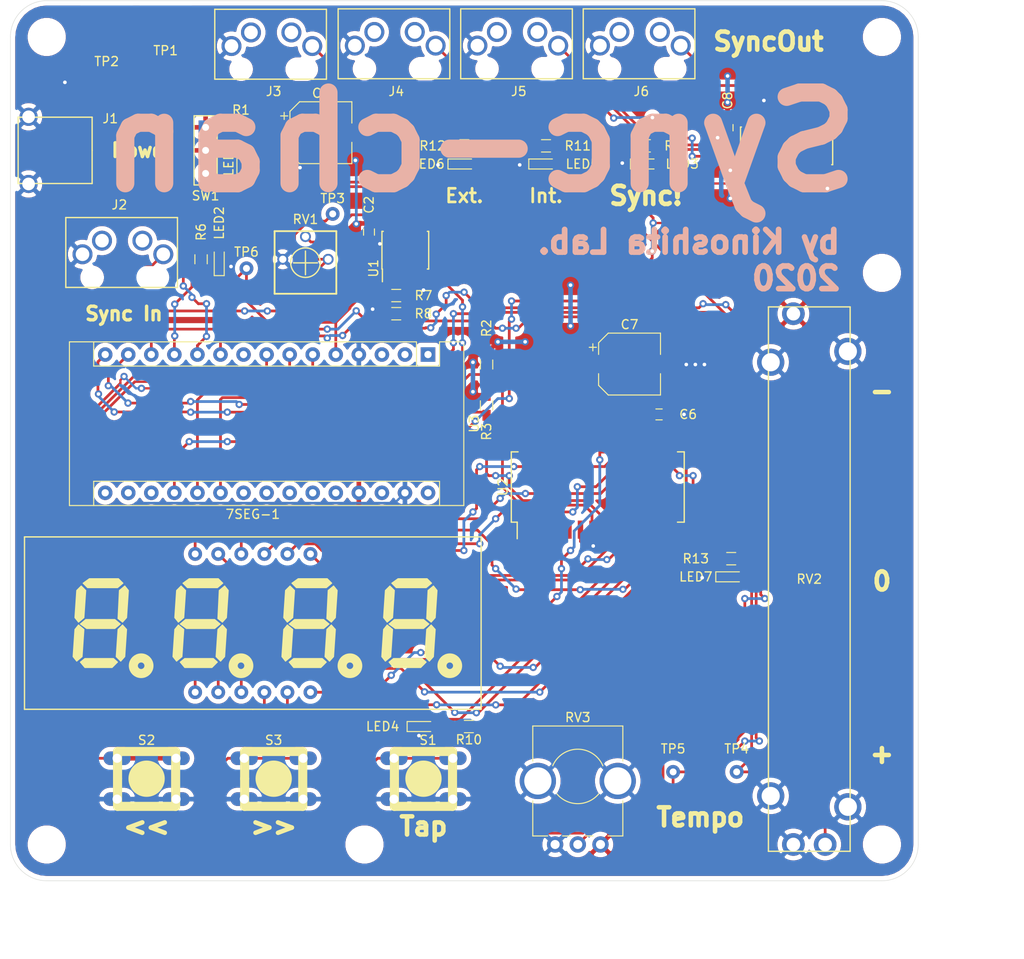
<source format=kicad_pcb>
(kicad_pcb (version 20171130) (host pcbnew "(5.1.5)-3")
  (layers (0 F.Cu signal) (1 dummy.Cu signal hide) (2 In2.Cu signal hide) (31 B.Cu signal) (34 B.Paste user) (35 F.Paste user) (36 B.SilkS user) (37 F.SilkS user) (38 B.Mask user) (39 F.Mask user) (44 Edge.Cuts user))
  (net 0 "")
  (net 1 +5V)
  (net 2 GND)
  (net 3 "Net-(LED4-Pad2)")
  (net 4 "Net-(LED5-Pad2)")
  (net 5 "Net-(LED6-Pad2)")
  (net 6 Nudge-)
  (net 7 Nudge+)
  (net 8 Fader)
  (net 9 Tempo)
  (net 10 Tap)
  (net 11 "Net-(J1-Pad1)")
  (net 12 "Net-(J2-PadT)")
  (net 13 "Net-(J3-PadT)")
  (net 14 "Net-(J4-PadT)")
  (net 15 "Net-(J5-PadT)")
  (net 16 "Net-(J6-PadT)")
  (net 17 "Net-(LED1-Pad2)")
  (net 18 "Net-(LED2-Pad2)")
  (net 19 "Net-(LED3-Pad2)")
  (net 20 "Net-(LED7-Pad2)")
  (net 21 Ext.Sync)
  (net 22 "Net-(R7-Pad2)")
  (net 23 LED_Tap)
  (net 24 LED_Internal)
  (net 25 LED_Ext.)
  (net 26 LED_Fader_Center)
  (net 27 "Net-(RV1-Pad2)")
  (net 28 Sync_Out)
  (net 29 E)
  (net 30 D)
  (net 31 DP)
  (net 32 C)
  (net 33 G)
  (net 34 DIGIT4)
  (net 35 B)
  (net 36 DIGIT3)
  (net 37 DIGIT2)
  (net 38 F)
  (net 39 A)
  (net 40 DIGIT1)
  (net 41 DIN)
  (net 42 SCLK)
  (net 43 "Net-(J2-PadTN)")
  (net 44 "Net-(J2-PadR)")
  (net 45 "Net-(J3-PadTN)")
  (net 46 "Net-(J3-PadR)")
  (net 47 "Net-(J4-PadTN)")
  (net 48 "Net-(J4-PadR)")
  (net 49 "Net-(J5-PadTN)")
  (net 50 "Net-(J5-PadR)")
  (net 51 "Net-(J6-PadTN)")
  (net 52 "Net-(J6-PadR)")
  (net 53 "Net-(SW1-Pad3)")
  (net 54 "Net-(U2-Pad28)")
  (net 55 "Net-(U2-Pad27)")
  (net 56 "Net-(U2-Pad26)")
  (net 57 "Net-(U2-Pad25)")
  (net 58 "Net-(U2-Pad24)")
  (net 59 "Net-(U2-Pad23)")
  (net 60 "Net-(U2-Pad22)")
  (net 61 "Net-(U2-Pad4)")
  (net 62 "Net-(U2-Pad3)")
  (net 63 "Net-(U2-Pad2)")
  (net 64 "Net-(U2-Pad1)")
  (net 65 "Net-(U3-Pad16)")
  (net 66 "Net-(U3-Pad30)")
  (net 67 "Net-(U3-Pad28)")
  (net 68 "Net-(U3-Pad26)")
  (net 69 "Net-(U3-Pad25)")
  (net 70 "Net-(U3-Pad9)")
  (net 71 "Net-(U3-Pad24)")
  (net 72 "Net-(U3-Pad23)")
  (net 73 "Net-(U3-Pad22)")
  (net 74 "Net-(U3-Pad3)")
  (net 75 "Net-(U3-Pad18)")
  (net 76 "Net-(U3-Pad2)")
  (net 77 "Net-(U3-Pad17)")
  (net 78 "Net-(U3-Pad1)")
  (net 79 "Net-(U4-Pad15)")
  (net 80 "Net-(U4-Pad12)")
  (module Sync-chan:3.5mm_Stereo_Molex_0472570001 (layer F.Cu) (at 114 82.5)
    (fp_text reference J2 (at 3 -8) (layer F.SilkS))
    (fp_text value AudioJack3_Ring_Switch)
    (pad T thru_hole circle (at 7.84 -2.55) (size 2.2 2.2) (drill 1.5) (layers *.Cu *.Mask) (net 12 "Net-(J2-PadT)"))
    (pad TN thru_hole circle (at 5.54 -4.05) (size 2.2 2.2) (drill 1.5) (layers *.Cu *.Mask) (net 43 "Net-(J2-PadTN)"))
    (pad R thru_hole circle (at 1.09 -4.05) (size 2.2 2.2) (drill 1.5) (layers *.Cu *.Mask) (net 44 "Net-(J2-PadR)"))
    (pad S thru_hole circle (at -1.06 -2.55) (size 2.2 2.2) (drill 1.5) (layers *.Cu *.Mask) (net 2 GND))
    (pad "" np_thru_hole oval (at 6.68 0) (size 2.6 1.6) (drill oval 2.6 1.6) (layers *.Cu *.Mask))
    (pad "" np_thru_hole circle (at 0 0) (size 1.6 1.6) (drill 1.6) (layers *.Cu *.Mask))
  )
  (module Sync-chan:3.5mm_Stereo_Molex_0472570001 (layer F.Cu) (at 130.41 59.55)
    (fp_text reference J3 (at 3.59 2.45) (layer F.SilkS))
    (fp_text value AudioJack3_Ring_Switch)
    (pad T thru_hole circle (at 7.84 -2.55) (size 2.2 2.2) (drill 1.5) (layers *.Cu *.Mask) (net 13 "Net-(J3-PadT)"))
    (pad TN thru_hole circle (at 5.54 -4.05) (size 2.2 2.2) (drill 1.5) (layers *.Cu *.Mask) (net 45 "Net-(J3-PadTN)"))
    (pad R thru_hole circle (at 1.09 -4.05) (size 2.2 2.2) (drill 1.5) (layers *.Cu *.Mask) (net 46 "Net-(J3-PadR)"))
    (pad S thru_hole circle (at -1.06 -2.55) (size 2.2 2.2) (drill 1.5) (layers *.Cu *.Mask) (net 2 GND))
    (pad "" np_thru_hole oval (at 6.68 0) (size 2.6 1.6) (drill oval 2.6 1.6) (layers *.Cu *.Mask))
    (pad "" np_thru_hole circle (at 0 0) (size 1.6 1.6) (drill 1.6) (layers *.Cu *.Mask))
  )
  (module Sync-chan:3.5mm_Stereo_Molex_0472570001 (layer F.Cu) (at 144 59.5)
    (fp_text reference J4 (at 3.5 2.5) (layer F.SilkS))
    (fp_text value AudioJack3_Ring_Switch)
    (pad T thru_hole circle (at 7.84 -2.55) (size 2.2 2.2) (drill 1.5) (layers *.Cu *.Mask) (net 14 "Net-(J4-PadT)"))
    (pad TN thru_hole circle (at 5.54 -4.05) (size 2.2 2.2) (drill 1.5) (layers *.Cu *.Mask) (net 47 "Net-(J4-PadTN)"))
    (pad R thru_hole circle (at 1.09 -4.05) (size 2.2 2.2) (drill 1.5) (layers *.Cu *.Mask) (net 48 "Net-(J4-PadR)"))
    (pad S thru_hole circle (at -1.06 -2.55) (size 2.2 2.2) (drill 1.5) (layers *.Cu *.Mask) (net 2 GND))
    (pad "" np_thru_hole oval (at 6.68 0) (size 2.6 1.6) (drill oval 2.6 1.6) (layers *.Cu *.Mask))
    (pad "" np_thru_hole circle (at 0 0) (size 1.6 1.6) (drill 1.6) (layers *.Cu *.Mask))
  )
  (module Sync-chan:3.5mm_Stereo_Molex_0472570001 (layer F.Cu) (at 157.5 59.5)
    (fp_text reference J5 (at 3.5 2.5) (layer F.SilkS))
    (fp_text value AudioJack3_Ring_Switch)
    (pad T thru_hole circle (at 7.84 -2.55) (size 2.2 2.2) (drill 1.5) (layers *.Cu *.Mask) (net 15 "Net-(J5-PadT)"))
    (pad TN thru_hole circle (at 5.54 -4.05) (size 2.2 2.2) (drill 1.5) (layers *.Cu *.Mask) (net 49 "Net-(J5-PadTN)"))
    (pad R thru_hole circle (at 1.09 -4.05) (size 2.2 2.2) (drill 1.5) (layers *.Cu *.Mask) (net 50 "Net-(J5-PadR)"))
    (pad S thru_hole circle (at -1.06 -2.55) (size 2.2 2.2) (drill 1.5) (layers *.Cu *.Mask) (net 2 GND))
    (pad "" np_thru_hole oval (at 6.68 0) (size 2.6 1.6) (drill oval 2.6 1.6) (layers *.Cu *.Mask))
    (pad "" np_thru_hole circle (at 0 0) (size 1.6 1.6) (drill 1.6) (layers *.Cu *.Mask))
  )
  (module Sync-chan:3.5mm_Stereo_Molex_0472570001 (layer F.Cu) (at 171 59.5)
    (fp_text reference J6 (at 3.5 2.5) (layer F.SilkS))
    (fp_text value AudioJack3_Ring_Switch)
    (pad T thru_hole circle (at 7.84 -2.55) (size 2.2 2.2) (drill 1.5) (layers *.Cu *.Mask) (net 16 "Net-(J6-PadT)"))
    (pad TN thru_hole circle (at 5.54 -4.05) (size 2.2 2.2) (drill 1.5) (layers *.Cu *.Mask) (net 51 "Net-(J6-PadTN)"))
    (pad R thru_hole circle (at 1.09 -4.05) (size 2.2 2.2) (drill 1.5) (layers *.Cu *.Mask) (net 52 "Net-(J6-PadR)"))
    (pad S thru_hole circle (at -1.06 -2.55) (size 2.2 2.2) (drill 1.5) (layers *.Cu *.Mask) (net 2 GND))
    (pad "" np_thru_hole oval (at 6.68 0) (size 2.6 1.6) (drill oval 2.6 1.6) (layers *.Cu *.Mask))
    (pad "" np_thru_hole circle (at 0 0) (size 1.6 1.6) (drill 1.6) (layers *.Cu *.Mask))
  )
  (module Modules:Arduino_Nano (layer F.Cu) (at 151 91 270)
    (fp_text reference U3 (at 7.62 -5.08 90) (layer F.SilkS))
    (fp_text value Arduino_Nano_v3.x)
    (pad 16 thru_hole oval (at 15.24 35.56 270) (size 1.6 1.6) (drill 0.8) (layers *.Cu *.Mask) (net 65 "Net-(U3-Pad16)"))
    (pad 15 thru_hole oval (at 0 35.56 270) (size 1.6 1.6) (drill 0.8) (layers *.Cu *.Mask) (net 42 SCLK))
    (pad 30 thru_hole oval (at 15.24 0 270) (size 1.6 1.6) (drill 0.8) (layers *.Cu *.Mask) (net 66 "Net-(U3-Pad30)"))
    (pad 14 thru_hole oval (at 0 33.02 270) (size 1.6 1.6) (drill 0.8) (layers *.Cu *.Mask) (net 41 DIN))
    (pad 29 thru_hole oval (at 15.24 2.54 270) (size 1.6 1.6) (drill 0.8) (layers *.Cu *.Mask) (net 2 GND))
    (pad 13 thru_hole oval (at 0 30.48 270) (size 1.6 1.6) (drill 0.8) (layers *.Cu *.Mask) (net 26 LED_Fader_Center))
    (pad 28 thru_hole oval (at 15.24 5.08 270) (size 1.6 1.6) (drill 0.8) (layers *.Cu *.Mask) (net 67 "Net-(U3-Pad28)"))
    (pad 12 thru_hole oval (at 0 27.94 270) (size 1.6 1.6) (drill 0.8) (layers *.Cu *.Mask) (net 25 LED_Ext.))
    (pad 27 thru_hole oval (at 15.24 7.62 270) (size 1.6 1.6) (drill 0.8) (layers *.Cu *.Mask) (net 1 +5V))
    (pad 11 thru_hole oval (at 0 25.4 270) (size 1.6 1.6) (drill 0.8) (layers *.Cu *.Mask) (net 24 LED_Internal))
    (pad 26 thru_hole oval (at 15.24 10.16 270) (size 1.6 1.6) (drill 0.8) (layers *.Cu *.Mask) (net 68 "Net-(U3-Pad26)"))
    (pad 10 thru_hole oval (at 0 22.86 270) (size 1.6 1.6) (drill 0.8) (layers *.Cu *.Mask) (net 23 LED_Tap))
    (pad 25 thru_hole oval (at 15.24 12.7 270) (size 1.6 1.6) (drill 0.8) (layers *.Cu *.Mask) (net 69 "Net-(U3-Pad25)"))
    (pad 9 thru_hole oval (at 0 20.32 270) (size 1.6 1.6) (drill 0.8) (layers *.Cu *.Mask) (net 70 "Net-(U3-Pad9)"))
    (pad 24 thru_hole oval (at 15.24 15.24 270) (size 1.6 1.6) (drill 0.8) (layers *.Cu *.Mask) (net 71 "Net-(U3-Pad24)"))
    (pad 8 thru_hole oval (at 0 17.78 270) (size 1.6 1.6) (drill 0.8) (layers *.Cu *.Mask) (net 7 Nudge+))
    (pad 23 thru_hole oval (at 15.24 17.78 270) (size 1.6 1.6) (drill 0.8) (layers *.Cu *.Mask) (net 72 "Net-(U3-Pad23)"))
    (pad 7 thru_hole oval (at 0 15.24 270) (size 1.6 1.6) (drill 0.8) (layers *.Cu *.Mask) (net 6 Nudge-))
    (pad 22 thru_hole oval (at 15.24 20.32 270) (size 1.6 1.6) (drill 0.8) (layers *.Cu *.Mask) (net 73 "Net-(U3-Pad22)"))
    (pad 6 thru_hole oval (at 0 12.7 270) (size 1.6 1.6) (drill 0.8) (layers *.Cu *.Mask) (net 10 Tap))
    (pad 21 thru_hole oval (at 15.24 22.86 270) (size 1.6 1.6) (drill 0.8) (layers *.Cu *.Mask) (net 9 Tempo))
    (pad 5 thru_hole oval (at 0 10.16 270) (size 1.6 1.6) (drill 0.8) (layers *.Cu *.Mask) (net 21 Ext.Sync))
    (pad 20 thru_hole oval (at 15.24 25.4 270) (size 1.6 1.6) (drill 0.8) (layers *.Cu *.Mask) (net 8 Fader))
    (pad 4 thru_hole oval (at 0 7.62 270) (size 1.6 1.6) (drill 0.8) (layers *.Cu *.Mask) (net 2 GND))
    (pad 19 thru_hole oval (at 15.24 27.94 270) (size 1.6 1.6) (drill 0.8) (layers *.Cu *.Mask) (net 28 Sync_Out))
    (pad 3 thru_hole oval (at 0 5.08 270) (size 1.6 1.6) (drill 0.8) (layers *.Cu *.Mask) (net 74 "Net-(U3-Pad3)"))
    (pad 18 thru_hole oval (at 15.24 30.48 270) (size 1.6 1.6) (drill 0.8) (layers *.Cu *.Mask) (net 75 "Net-(U3-Pad18)"))
    (pad 2 thru_hole oval (at 0 2.54 270) (size 1.6 1.6) (drill 0.8) (layers *.Cu *.Mask) (net 76 "Net-(U3-Pad2)"))
    (pad 17 thru_hole oval (at 15.24 33.02 270) (size 1.6 1.6) (drill 0.8) (layers *.Cu *.Mask) (net 77 "Net-(U3-Pad17)"))
    (pad 1 thru_hole rect (at 0 0 270) (size 1.6 1.6) (drill 0.8) (layers *.Cu *.Mask) (net 78 "Net-(U3-Pad1)"))
  )
  (module Mounting_Holes:MountingHole_3.2mm_M3 (layer F.Cu) (at 201 82)
    (fp_text reference H5 hide)
    (fp_text value MountingHole hide)
    (pad 1 np_thru_hole circle (at 0 0) (size 3.2 3.2) (drill 3.2) (layers *.Cu *.Mask))
  )
  (module Mounting_Holes:MountingHole_3.2mm_M3 (layer F.Cu) (at 144 145)
    (fp_text reference H6 hide)
    (fp_text value MountingHole hide)
    (pad 1 np_thru_hole circle (at 0 0) (size 3.2 3.2) (drill 3.2) (layers *.Cu *.Mask))
  )
  (module Mounting_Holes:MountingHole_3.2mm_M3 (layer F.Cu) (at 109 145)
    (fp_text reference H3 hide)
    (fp_text value MountingHole hide)
    (pad 1 np_thru_hole circle (at 0 0) (size 3.2 3.2) (drill 3.2) (layers *.Cu *.Mask))
  )
  (module Mounting_Holes:MountingHole_3.2mm_M3 (layer F.Cu) (at 201 145)
    (fp_text reference H4 hide)
    (fp_text value MountingHole hide)
    (pad 1 np_thru_hole circle (at 0 0) (size 3.2 3.2) (drill 3.2) (layers *.Cu *.Mask))
  )
  (module Resistors_SMD:R_0603_HandSoldering (layer F.Cu) (at 157.45 92.1 270)
    (fp_text reference R2 (at -4 0 90) (layer F.SilkS))
    (fp_text value 10k)
    (pad 1 smd rect (at -1.1 0 270) (size 1.2 0.9) (layers F.Cu F.Paste F.Mask) (net 1 +5V))
    (pad 2 smd rect (at 1.1 0 270) (size 1.2 0.9) (layers F.Cu F.Paste F.Mask) (net 41 DIN))
  )
  (module Sync-chan:LED_0603_HandSoldering_easier (layer F.Cu) (at 150.5 132)
    (fp_text reference LED4 (at -4.5 0) (layer F.SilkS))
    (fp_text value LED)
    (pad 1 smd rect (at -1.1 0) (size 1.4 0.9) (layers F.Cu F.Paste F.Mask) (net 2 GND))
    (pad 2 smd rect (at 1.1 0) (size 1.4 0.9) (layers F.Cu F.Paste F.Mask) (net 3 "Net-(LED4-Pad2)"))
  )
  (module Sync-chan:LED_0603_HandSoldering_easier (layer F.Cu) (at 163.9 70)
    (fp_text reference LED5 (at 4.1 0) (layer F.SilkS))
    (fp_text value LED)
    (pad 2 smd rect (at 1.1 0) (size 1.4 0.9) (layers F.Cu F.Paste F.Mask) (net 4 "Net-(LED5-Pad2)"))
    (pad 1 smd rect (at -1.1 0) (size 1.4 0.9) (layers F.Cu F.Paste F.Mask) (net 2 GND))
  )
  (module Sync-chan:LED_0603_HandSoldering_easier (layer F.Cu) (at 155 70)
    (fp_text reference LED6 (at -4 0) (layer F.SilkS))
    (fp_text value LED)
    (pad 1 smd rect (at -1.1 0) (size 1.4 0.9) (layers F.Cu F.Paste F.Mask) (net 2 GND))
    (pad 2 smd rect (at 1.1 0) (size 1.4 0.9) (layers F.Cu F.Paste F.Mask) (net 5 "Net-(LED6-Pad2)"))
  )
  (module Sync-chan:SW_Tactile_Akizuki (layer F.Cu) (at 150.5 140 180)
    (fp_text reference S1 (at -0.5 6.5) (layer F.SilkS))
    (fp_text value Tactile)
    (pad 2 thru_hole oval (at 3.25 4.5 180) (size 3 1.5) (drill 1) (layers *.Cu *.Mask) (net 10 Tap))
    (pad 2 thru_hole oval (at -3.25 4.5 180) (size 3 1.5) (drill 1) (layers *.Cu *.Mask) (net 10 Tap))
    (pad 1 thru_hole oval (at 3.25 0 180) (size 3 1.5) (drill 1) (layers *.Cu *.Mask) (net 2 GND))
    (pad 1 thru_hole oval (at -3.25 0 180) (size 3 1.5) (drill 1) (layers *.Cu *.Mask) (net 2 GND))
  )
  (module Sync-chan:SW_Tactile_Akizuki (layer F.Cu) (at 120 140 180)
    (fp_text reference S2 (at 0 6.5) (layer F.SilkS))
    (fp_text value Tactile)
    (pad 1 thru_hole oval (at -3.25 0 180) (size 3 1.5) (drill 1) (layers *.Cu *.Mask) (net 2 GND))
    (pad 1 thru_hole oval (at 3.25 0 180) (size 3 1.5) (drill 1) (layers *.Cu *.Mask) (net 2 GND))
    (pad 2 thru_hole oval (at -3.25 4.5 180) (size 3 1.5) (drill 1) (layers *.Cu *.Mask) (net 6 Nudge-))
    (pad 2 thru_hole oval (at 3.25 4.5 180) (size 3 1.5) (drill 1) (layers *.Cu *.Mask) (net 6 Nudge-))
  )
  (module Sync-chan:SW_Tactile_Akizuki (layer F.Cu) (at 134 140 180)
    (fp_text reference S3 (at 0 6.5) (layer F.SilkS))
    (fp_text value Tactile)
    (pad 1 thru_hole oval (at -3.25 0 180) (size 3 1.5) (drill 1) (layers *.Cu *.Mask) (net 2 GND))
    (pad 1 thru_hole oval (at 3.25 0 180) (size 3 1.5) (drill 1) (layers *.Cu *.Mask) (net 2 GND))
    (pad 2 thru_hole oval (at -3.25 4.5 180) (size 3 1.5) (drill 1) (layers *.Cu *.Mask) (net 7 Nudge+))
    (pad 2 thru_hole oval (at 3.25 4.5 180) (size 3 1.5) (drill 1) (layers *.Cu *.Mask) (net 7 Nudge+))
  )
  (module Sync-chan:TP_1PAD (layer F.Cu) (at 178 137)
    (fp_text reference TP5 (at 0 -2.54) (layer F.SilkS))
    (fp_text value TestPoint)
    (pad 1 thru_hole circle (at 0 0) (size 1.524 1.524) (drill 0.762) (layers *.Cu *.Mask) (net 9 Tempo))
  )
  (module Capacitors_SMD:C_0603_HandSoldering (layer F.Cu) (at 144.5 77.5 270)
    (fp_text reference C2 (at -3 0 90) (layer F.SilkS))
    (fp_text value 0.1u)
    (pad 1 smd rect (at -0.95 0 270) (size 1.2 0.75) (layers F.Cu F.Paste F.Mask) (net 1 +5V))
    (pad 2 smd rect (at 0.95 0 270) (size 1.2 0.75) (layers F.Cu F.Paste F.Mask) (net 2 GND))
  )
  (module Capacitors_SMD:C_0603_HandSoldering (layer F.Cu) (at 176.45 97.6)
    (fp_text reference C6 (at 3.2 0) (layer F.SilkS))
    (fp_text value 0.1u)
    (pad 1 smd rect (at -0.95 0) (size 1.2 0.75) (layers F.Cu F.Paste F.Mask) (net 1 +5V))
    (pad 2 smd rect (at 0.95 0) (size 1.2 0.75) (layers F.Cu F.Paste F.Mask) (net 2 GND))
  )
  (module Capacitors_SMD:C_0603_HandSoldering (layer F.Cu) (at 184 66 270)
    (fp_text reference C8 (at -3 0 90) (layer F.SilkS))
    (fp_text value 0.1u)
    (pad 2 smd rect (at 0.95 0 270) (size 1.2 0.75) (layers F.Cu F.Paste F.Mask) (net 2 GND))
    (pad 1 smd rect (at -0.95 0 270) (size 1.2 0.75) (layers F.Cu F.Paste F.Mask) (net 1 +5V))
  )
  (module Mounting_Holes:MountingHole_3.2mm_M3 (layer F.Cu) (at 109 56)
    (fp_text reference H1 hide)
    (fp_text value MountingHole)
    (pad 1 np_thru_hole circle (at 0 0) (size 3.2 3.2) (drill 3.2) (layers *.Cu *.Mask))
  )
  (module Mounting_Holes:MountingHole_3.2mm_M3 (layer F.Cu) (at 201 56)
    (fp_text reference H2 hide)
    (fp_text value MountingHole)
    (pad 1 np_thru_hole circle (at 0 0) (size 3.2 3.2) (drill 3.2) (layers *.Cu *.Mask))
  )
  (module Sync-chan:MRUSB-2B-D14NI-S306 (layer F.Cu) (at 114 68.5 90)
    (fp_text reference J1 (at 3.5 2 180) (layer F.SilkS))
    (fp_text value Jack-DC)
    (pad 2 smd rect (at -1.2 -1.43 90) (size 1.2 2.86) (layers F.Cu F.Paste F.Mask) (net 2 GND))
    (pad 1 smd rect (at 1.2 -1.43 90) (size 1.2 2.86) (layers F.Cu F.Paste F.Mask) (net 11 "Net-(J1-Pad1)"))
    (pad 2 thru_hole circle (at -3.7 -7 90) (size 2 2) (drill 1.4) (layers *.Cu *.Mask) (net 2 GND))
    (pad 2 thru_hole circle (at 3.7 -7 90) (size 2 2) (drill 1.4) (layers *.Cu *.Mask) (net 2 GND))
  )
  (module Sync-chan:LED_0603_HandSoldering_easier (layer F.Cu) (at 130.5 69.5 90)
    (fp_text reference LED1 (at 0 -1.45 90) (layer F.SilkS))
    (fp_text value LED)
    (pad 1 smd rect (at -1.1 0 90) (size 1.4 0.9) (layers F.Cu F.Paste F.Mask) (net 2 GND))
    (pad 2 smd rect (at 1.1 0 90) (size 1.4 0.9) (layers F.Cu F.Paste F.Mask) (net 17 "Net-(LED1-Pad2)"))
  )
  (module Sync-chan:LED_0603_HandSoldering_easier (layer F.Cu) (at 128 80.5 90)
    (fp_text reference LED2 (at 4 0 90) (layer F.SilkS))
    (fp_text value LED)
    (pad 2 smd rect (at 1.1 0 90) (size 1.4 0.9) (layers F.Cu F.Paste F.Mask) (net 18 "Net-(LED2-Pad2)"))
    (pad 1 smd rect (at -1.1 0 90) (size 1.4 0.9) (layers F.Cu F.Paste F.Mask) (net 2 GND))
  )
  (module Sync-chan:LED_0603_HandSoldering_easier (layer F.Cu) (at 175.1 70)
    (fp_text reference LED3 (at 3.9 0) (layer F.SilkS))
    (fp_text value LED)
    (pad 2 smd rect (at 1.1 0) (size 1.4 0.9) (layers F.Cu F.Paste F.Mask) (net 19 "Net-(LED3-Pad2)"))
    (pad 1 smd rect (at -1.1 0) (size 1.4 0.9) (layers F.Cu F.Paste F.Mask) (net 2 GND))
  )
  (module Sync-chan:LED_0603_HandSoldering_easier (layer F.Cu) (at 184.5 115.5)
    (fp_text reference LED7 (at -4 0) (layer F.SilkS))
    (fp_text value LED)
    (pad 1 smd rect (at -1.1 0) (size 1.4 0.9) (layers F.Cu F.Paste F.Mask) (net 2 GND))
    (pad 2 smd rect (at 1.1 0) (size 1.4 0.9) (layers F.Cu F.Paste F.Mask) (net 20 "Net-(LED7-Pad2)"))
  )
  (module Resistors_SMD:R_0603_HandSoldering (layer F.Cu) (at 130.4 65.5)
    (fp_text reference R1 (at 0 -1.45) (layer F.SilkS))
    (fp_text value 1k)
    (pad 1 smd rect (at -1.1 0) (size 1.2 0.9) (layers F.Cu F.Paste F.Mask) (net 1 +5V))
    (pad 2 smd rect (at 1.1 0) (size 1.2 0.9) (layers F.Cu F.Paste F.Mask) (net 17 "Net-(LED1-Pad2)"))
  )
  (module Resistors_SMD:R_0603_HandSoldering (layer F.Cu) (at 157.45 96.6 270)
    (fp_text reference R3 (at 2.9 0 90) (layer F.SilkS))
    (fp_text value 10k)
    (pad 1 smd rect (at -1.1 0 270) (size 1.2 0.9) (layers F.Cu F.Paste F.Mask) (net 1 +5V))
    (pad 2 smd rect (at 1.1 0 270) (size 1.2 0.9) (layers F.Cu F.Paste F.Mask) (net 42 SCLK))
  )
  (module Resistors_SMD:R_0603_HandSoldering (layer F.Cu) (at 126 80.5 90)
    (fp_text reference R6 (at 3 0 90) (layer F.SilkS))
    (fp_text value 1k)
    (pad 2 smd rect (at 1.1 0 90) (size 1.2 0.9) (layers F.Cu F.Paste F.Mask) (net 18 "Net-(LED2-Pad2)"))
    (pad 1 smd rect (at -1.1 0 90) (size 1.2 0.9) (layers F.Cu F.Paste F.Mask) (net 21 Ext.Sync))
  )
  (module Resistors_SMD:R_0603_HandSoldering (layer F.Cu) (at 147.5 84.5)
    (fp_text reference R7 (at 3 0) (layer F.SilkS))
    (fp_text value 10k)
    (pad 2 smd rect (at 1.1 0) (size 1.2 0.9) (layers F.Cu F.Paste F.Mask) (net 22 "Net-(R7-Pad2)"))
    (pad 1 smd rect (at -1.1 0) (size 1.2 0.9) (layers F.Cu F.Paste F.Mask) (net 21 Ext.Sync))
  )
  (module Resistors_SMD:R_0603_HandSoldering (layer F.Cu) (at 147.5 86.5)
    (fp_text reference R8 (at 3 0) (layer F.SilkS))
    (fp_text value 1k)
    (pad 1 smd rect (at -1.1 0) (size 1.2 0.9) (layers F.Cu F.Paste F.Mask) (net 2 GND))
    (pad 2 smd rect (at 1.1 0) (size 1.2 0.9) (layers F.Cu F.Paste F.Mask) (net 22 "Net-(R7-Pad2)"))
  )
  (module Resistors_SMD:R_0603_HandSoldering (layer F.Cu) (at 175 68)
    (fp_text reference R9 (at 3 0) (layer F.SilkS))
    (fp_text value 1k)
    (pad 2 smd rect (at 1.1 0) (size 1.2 0.9) (layers F.Cu F.Paste F.Mask) (net 19 "Net-(LED3-Pad2)"))
    (pad 1 smd rect (at -1.1 0) (size 1.2 0.9) (layers F.Cu F.Paste F.Mask) (net 28 Sync_Out))
  )
  (module Resistors_SMD:R_0603_HandSoldering (layer F.Cu) (at 155.5 132 180)
    (fp_text reference R10 (at 0 -1.45) (layer F.SilkS))
    (fp_text value 1k)
    (pad 1 smd rect (at -1.1 0 180) (size 1.2 0.9) (layers F.Cu F.Paste F.Mask) (net 23 LED_Tap))
    (pad 2 smd rect (at 1.1 0 180) (size 1.2 0.9) (layers F.Cu F.Paste F.Mask) (net 3 "Net-(LED4-Pad2)"))
  )
  (module Resistors_SMD:R_0603_HandSoldering (layer F.Cu) (at 164 68)
    (fp_text reference R11 (at 3.5 0) (layer F.SilkS))
    (fp_text value 1k)
    (pad 1 smd rect (at -1.1 0) (size 1.2 0.9) (layers F.Cu F.Paste F.Mask) (net 24 LED_Internal))
    (pad 2 smd rect (at 1.1 0) (size 1.2 0.9) (layers F.Cu F.Paste F.Mask) (net 4 "Net-(LED5-Pad2)"))
  )
  (module Resistors_SMD:R_0603_HandSoldering (layer F.Cu) (at 155 68)
    (fp_text reference R12 (at -3.5 0) (layer F.SilkS))
    (fp_text value 1k)
    (pad 2 smd rect (at 1.1 0) (size 1.2 0.9) (layers F.Cu F.Paste F.Mask) (net 5 "Net-(LED6-Pad2)"))
    (pad 1 smd rect (at -1.1 0) (size 1.2 0.9) (layers F.Cu F.Paste F.Mask) (net 25 LED_Ext.))
  )
  (module Resistors_SMD:R_0603_HandSoldering (layer F.Cu) (at 184.4 113.5)
    (fp_text reference R13 (at -3.9 0) (layer F.SilkS))
    (fp_text value 1k)
    (pad 2 smd rect (at 1.1 0) (size 1.2 0.9) (layers F.Cu F.Paste F.Mask) (net 20 "Net-(LED7-Pad2)"))
    (pad 1 smd rect (at -1.1 0) (size 1.2 0.9) (layers F.Cu F.Paste F.Mask) (net 26 LED_Fader_Center))
  )
  (module Sync-chan:POT_Slide_SL4515N (layer F.Cu) (at 193 145)
    (fp_text reference RV2 (at 0 -29.25) (layer F.SilkS))
    (fp_text value 10k)
    (pad 1 thru_hole circle (at -1.75 0) (size 2.5 2.5) (drill 1.5) (layers *.Cu *.Mask) (net 2 GND))
    (pad 2 thru_hole circle (at 1.75 0) (size 2.5 2.5) (drill 1.5) (layers *.Cu *.Mask) (net 8 Fader))
    (pad 3 thru_hole circle (at -1.75 -58.5) (size 2.5 2.5) (drill 1.5) (layers *.Cu *.Mask) (net 1 +5V))
    (pad 0 thru_hole circle (at -4.25 -5.35) (size 3 3) (drill 2) (layers *.Cu *.Mask) (net 2 GND))
    (pad 0 thru_hole circle (at 4.25 -4.15) (size 3 3) (drill 2) (layers *.Cu *.Mask) (net 2 GND))
    (pad 0 thru_hole circle (at -4.25 -53.15) (size 3 3) (drill 2) (layers *.Cu *.Mask) (net 2 GND))
    (pad 0 thru_hole circle (at 4.25 -54.35) (size 3 3) (drill 2) (layers *.Cu *.Mask) (net 2 GND))
  )
  (module Sync-chan:Potentiometer_Alps_RK09K_Horizontal_CORRECTED (layer F.Cu) (at 170 145 90)
    (fp_text reference RV3 (at 14 -2.5 180) (layer F.SilkS))
    (fp_text value 10k)
    (pad 1 thru_hole circle (at 0 -5 90) (size 1.8 1.8) (drill 1) (layers *.Cu *.Mask) (net 2 GND))
    (pad 2 thru_hole circle (at 0 -2.5 90) (size 1.8 1.8) (drill 1) (layers *.Cu *.Mask) (net 9 Tempo))
    (pad 3 thru_hole circle (at 0 0 90) (size 1.8 1.8) (drill 1) (layers *.Cu *.Mask) (net 1 +5V))
    (pad 0 thru_hole circle (at 7 -6.9 90) (size 4 4) (drill 3) (layers *.Cu *.Mask) (net 2 GND))
    (pad 0 thru_hole circle (at 7 1.9 90) (size 4 4) (drill 3) (layers *.Cu *.Mask) (net 2 GND))
  )
  (module Sync-chan:SW_SPDT_2.5mm (layer F.Cu) (at 126.5 68.5)
    (fp_text reference SW1 (at 0 5) (layer F.SilkS))
    (fp_text value SW_SPDT)
    (pad 1 thru_hole rect (at 0 -2.54) (size 1.524 1.524) (drill 0.762) (layers *.Cu *.Mask) (net 1 +5V))
    (pad 2 thru_hole circle (at 0 0) (size 1.524 1.524) (drill 0.762) (layers *.Cu *.Mask) (net 11 "Net-(J1-Pad1)"))
    (pad 3 thru_hole circle (at 0 2.54) (size 1.524 1.524) (drill 0.762) (layers *.Cu *.Mask) (net 53 "Net-(SW1-Pad3)"))
  )
  (module Sync-chan:TP_PAD_LARGE (layer F.Cu) (at 122.1 58 180)
    (fp_text reference TP1 (at 0 0.5) (layer F.SilkS))
    (fp_text value TestPoint)
    (pad 1 smd rect (at 0 -0.1 180) (size 5 10) (layers F.Cu F.Paste F.Mask) (net 1 +5V))
  )
  (module Sync-chan:TP_PAD_LARGE (layer F.Cu) (at 115.6 58.2)
    (fp_text reference TP2 (at 0 0.5) (layer F.SilkS))
    (fp_text value TestPoint)
    (pad 1 smd rect (at 0 -0.1) (size 5 10) (layers F.Cu F.Paste F.Mask) (net 2 GND))
  )
  (module Sync-chan:TP_1PAD (layer F.Cu) (at 140.5 75.5)
    (fp_text reference TP3 (at 0 -1.7 180) (layer F.SilkS))
    (fp_text value TestPoint)
    (pad 1 thru_hole circle (at 0 0) (size 1.524 1.524) (drill 0.762) (layers *.Cu *.Mask) (net 12 "Net-(J2-PadT)"))
  )
  (module Sync-chan:TP_1PAD (layer F.Cu) (at 185 137)
    (fp_text reference TP4 (at 0 -2.54) (layer F.SilkS))
    (fp_text value TestPoint)
    (pad 1 thru_hole circle (at 0 0) (size 1.524 1.524) (drill 0.762) (layers *.Cu *.Mask) (net 8 Fader))
  )
  (module Housings_SOIC:SOIC-8_3.9x4.9mm_Pitch1.27mm (layer F.Cu) (at 148.5 79.5 90)
    (fp_text reference U1 (at -2 -3.5 90) (layer F.SilkS))
    (fp_text value LM358MX)
    (pad 8 smd rect (at 2.7 -1.905 90) (size 1.55 0.6) (layers F.Cu F.Paste F.Mask) (net 1 +5V))
    (pad 7 smd rect (at 2.7 -0.635 90) (size 1.55 0.6) (layers F.Cu F.Paste F.Mask))
    (pad 6 smd rect (at 2.7 0.635 90) (size 1.55 0.6) (layers F.Cu F.Paste F.Mask))
    (pad 5 smd rect (at 2.7 1.905 90) (size 1.55 0.6) (layers F.Cu F.Paste F.Mask))
    (pad 4 smd rect (at -2.7 1.905 90) (size 1.55 0.6) (layers F.Cu F.Paste F.Mask) (net 2 GND))
    (pad 3 smd rect (at -2.7 0.635 90) (size 1.55 0.6) (layers F.Cu F.Paste F.Mask) (net 27 "Net-(RV1-Pad2)"))
    (pad 2 smd rect (at -2.7 -0.635 90) (size 1.55 0.6) (layers F.Cu F.Paste F.Mask) (net 22 "Net-(R7-Pad2)"))
    (pad 1 smd rect (at -2.7 -1.905 90) (size 1.55 0.6) (layers F.Cu F.Paste F.Mask) (net 21 Ext.Sync))
  )
  (module Housings_SOIC:SOIC-16_3.9x9.9mm_Pitch1.27mm (layer F.Cu) (at 190.5 68 90)
    (fp_text reference U4 (at -3 -6 90) (layer F.SilkS))
    (fp_text value 74HC4050)
    (pad 16 smd rect (at 2.7 -4.445 90) (size 1.5 0.6) (layers F.Cu F.Paste F.Mask))
    (pad 15 smd rect (at 2.7 -3.175 90) (size 1.5 0.6) (layers F.Cu F.Paste F.Mask) (net 79 "Net-(U4-Pad15)"))
    (pad 14 smd rect (at 2.7 -1.905 90) (size 1.5 0.6) (layers F.Cu F.Paste F.Mask) (net 2 GND))
    (pad 13 smd rect (at 2.7 -0.635 90) (size 1.5 0.6) (layers F.Cu F.Paste F.Mask))
    (pad 12 smd rect (at 2.7 0.635 90) (size 1.5 0.6) (layers F.Cu F.Paste F.Mask) (net 80 "Net-(U4-Pad12)"))
    (pad 11 smd rect (at 2.7 1.905 90) (size 1.5 0.6) (layers F.Cu F.Paste F.Mask) (net 2 GND))
    (pad 10 smd rect (at 2.7 3.175 90) (size 1.5 0.6) (layers F.Cu F.Paste F.Mask) (net 16 "Net-(J6-PadT)"))
    (pad 9 smd rect (at 2.7 4.445 90) (size 1.5 0.6) (layers F.Cu F.Paste F.Mask) (net 28 Sync_Out))
    (pad 8 smd rect (at -2.7 4.445 90) (size 1.5 0.6) (layers F.Cu F.Paste F.Mask) (net 2 GND))
    (pad 7 smd rect (at -2.7 3.175 90) (size 1.5 0.6) (layers F.Cu F.Paste F.Mask) (net 28 Sync_Out))
    (pad 6 smd rect (at -2.7 1.905 90) (size 1.5 0.6) (layers F.Cu F.Paste F.Mask) (net 15 "Net-(J5-PadT)"))
    (pad 5 smd rect (at -2.7 0.635 90) (size 1.5 0.6) (layers F.Cu F.Paste F.Mask) (net 28 Sync_Out))
    (pad 4 smd rect (at -2.7 -0.635 90) (size 1.5 0.6) (layers F.Cu F.Paste F.Mask) (net 14 "Net-(J4-PadT)"))
    (pad 3 smd rect (at -2.7 -1.905 90) (size 1.5 0.6) (layers F.Cu F.Paste F.Mask) (net 28 Sync_Out))
    (pad 2 smd rect (at -2.7 -3.175 90) (size 1.5 0.6) (layers F.Cu F.Paste F.Mask) (net 13 "Net-(J3-PadT)"))
    (pad 1 smd rect (at -2.7 -4.445 90) (size 1.5 0.6) (layers F.Cu F.Paste F.Mask) (net 1 +5V))
  )
  (module Sync-chan:POT_TOCOS_GF063P1 (layer F.Cu) (at 137.5 80.5)
    (fp_text reference RV1 (at 0 -4.4) (layer F.SilkS))
    (fp_text value 10k)
    (pad 1 thru_hole circle (at -2.5 0) (size 1.2 1.2) (drill 0.8) (layers *.Cu *.Mask) (net 2 GND))
    (pad 2 thru_hole circle (at 0 -2.5) (size 1.2 1.2) (drill 0.8) (layers *.Cu *.Mask) (net 27 "Net-(RV1-Pad2)"))
    (pad 3 thru_hole circle (at 2.5 0) (size 1.2 1.2) (drill 0.8) (layers *.Cu *.Mask) (net 12 "Net-(J2-PadT)"))
  )
  (module Sync-chan:TP_1PAD (layer F.Cu) (at 131 81.5)
    (fp_text reference TP6 (at 0 -1.8) (layer F.SilkS))
    (fp_text value TestPoint)
    (pad 1 thru_hole circle (at 0 0) (size 1.524 1.524) (drill 0.762) (layers *.Cu *.Mask) (net 21 Ext.Sync))
  )
  (module Sync-chan:7seg_4digit_cathode_common_OSL40562-LR (layer F.Cu) (at 131.7 120.6)
    (fp_text reference 7SEG-1 (at 0 -12) (layer F.SilkS))
    (fp_text value 7seg_4digit_cathode_common_OSL40562-LR)
    (pad 1 thru_hole circle (at -6.35 7.62) (size 1.524 1.524) (drill 0.762) (layers *.Cu *.Mask) (net 29 E))
    (pad 2 thru_hole circle (at -3.81 7.62) (size 1.524 1.524) (drill 0.762) (layers *.Cu *.Mask) (net 30 D))
    (pad 3 thru_hole circle (at -1.27 7.62) (size 1.524 1.524) (drill 0.762) (layers *.Cu *.Mask) (net 31 DP))
    (pad 4 thru_hole circle (at 1.27 7.62) (size 1.524 1.524) (drill 0.762) (layers *.Cu *.Mask) (net 32 C))
    (pad 5 thru_hole circle (at 3.81 7.62) (size 1.524 1.524) (drill 0.762) (layers *.Cu *.Mask) (net 33 G))
    (pad 6 thru_hole circle (at 6.35 7.62) (size 1.524 1.524) (drill 0.762) (layers *.Cu *.Mask) (net 34 DIGIT4))
    (pad 7 thru_hole circle (at 6.35 -7.62) (size 1.524 1.524) (drill 0.762) (layers *.Cu *.Mask) (net 35 B))
    (pad 8 thru_hole circle (at 3.81 -7.62) (size 1.524 1.524) (drill 0.762) (layers *.Cu *.Mask) (net 36 DIGIT3))
    (pad 9 thru_hole circle (at 1.27 -7.62) (size 1.524 1.524) (drill 0.762) (layers *.Cu *.Mask) (net 37 DIGIT2))
    (pad 10 thru_hole circle (at -1.27 -7.62) (size 1.524 1.524) (drill 0.762) (layers *.Cu *.Mask) (net 38 F))
    (pad 11 thru_hole circle (at -3.81 -7.62) (size 1.524 1.524) (drill 0.762) (layers *.Cu *.Mask) (net 39 A))
    (pad 12 thru_hole circle (at -6.35 -7.62) (size 1.524 1.524) (drill 0.762) (layers *.Cu *.Mask) (net 40 DIGIT1))
  )
  (module Housings_SOIC:SOIC-28W_7.5x18.7mm_Pitch1.27mm (layer F.Cu) (at 169.7 105.6 90)
    (fp_text reference U2 (at 0 -10.45 90) (layer F.SilkS))
    (fp_text value TM1640_7seg_driver)
    (pad 28 smd rect (at 4.7 -8.255 90) (size 2 0.6) (layers F.Cu F.Paste F.Mask) (net 54 "Net-(U2-Pad28)"))
    (pad 27 smd rect (at 4.7 -6.985 90) (size 2 0.6) (layers F.Cu F.Paste F.Mask) (net 55 "Net-(U2-Pad27)"))
    (pad 26 smd rect (at 4.7 -5.715 90) (size 2 0.6) (layers F.Cu F.Paste F.Mask) (net 56 "Net-(U2-Pad26)"))
    (pad 25 smd rect (at 4.7 -4.445 90) (size 2 0.6) (layers F.Cu F.Paste F.Mask) (net 57 "Net-(U2-Pad25)"))
    (pad 24 smd rect (at 4.7 -3.175 90) (size 2 0.6) (layers F.Cu F.Paste F.Mask) (net 58 "Net-(U2-Pad24)"))
    (pad 23 smd rect (at 4.7 -1.905 90) (size 2 0.6) (layers F.Cu F.Paste F.Mask) (net 59 "Net-(U2-Pad23)"))
    (pad 22 smd rect (at 4.7 -0.635 90) (size 2 0.6) (layers F.Cu F.Paste F.Mask) (net 60 "Net-(U2-Pad22)"))
    (pad 21 smd rect (at 4.7 0.635 90) (size 2 0.6) (layers F.Cu F.Paste F.Mask) (net 34 DIGIT4))
    (pad 20 smd rect (at 4.7 1.905 90) (size 2 0.6) (layers F.Cu F.Paste F.Mask) (net 36 DIGIT3))
    (pad 19 smd rect (at 4.7 3.175 90) (size 2 0.6) (layers F.Cu F.Paste F.Mask) (net 37 DIGIT2))
    (pad 18 smd rect (at 4.7 4.445 90) (size 2 0.6) (layers F.Cu F.Paste F.Mask) (net 40 DIGIT1))
    (pad 17 smd rect (at 4.7 5.715 90) (size 2 0.6) (layers F.Cu F.Paste F.Mask) (net 1 +5V))
    (pad 16 smd rect (at 4.7 6.985 90) (size 2 0.6) (layers F.Cu F.Paste F.Mask) (net 31 DP))
    (pad 15 smd rect (at 4.7 8.255 90) (size 2 0.6) (layers F.Cu F.Paste F.Mask) (net 33 G))
    (pad 14 smd rect (at -4.7 8.255 90) (size 2 0.6) (layers F.Cu F.Paste F.Mask) (net 38 F))
    (pad 13 smd rect (at -4.7 6.985 90) (size 2 0.6) (layers F.Cu F.Paste F.Mask) (net 29 E))
    (pad 12 smd rect (at -4.7 5.715 90) (size 2 0.6) (layers F.Cu F.Paste F.Mask) (net 30 D))
    (pad 11 smd rect (at -4.7 4.445 90) (size 2 0.6) (layers F.Cu F.Paste F.Mask) (net 32 C))
    (pad 10 smd rect (at -4.7 3.175 90) (size 2 0.6) (layers F.Cu F.Paste F.Mask) (net 35 B))
    (pad 9 smd rect (at -4.7 1.905 90) (size 2 0.6) (layers F.Cu F.Paste F.Mask) (net 39 A))
    (pad 8 smd rect (at -4.7 0.635 90) (size 2 0.6) (layers F.Cu F.Paste F.Mask) (net 42 SCLK))
    (pad 7 smd rect (at -4.7 -0.635 90) (size 2 0.6) (layers F.Cu F.Paste F.Mask) (net 41 DIN))
    (pad 6 smd rect (at -4.7 -1.905 90) (size 2 0.6) (layers F.Cu F.Paste F.Mask) (net 2 GND))
    (pad 5 smd rect (at -4.7 -3.175 90) (size 2 0.6) (layers F.Cu F.Paste F.Mask))
    (pad 4 smd rect (at -4.7 -4.445 90) (size 2 0.6) (layers F.Cu F.Paste F.Mask) (net 61 "Net-(U2-Pad4)"))
    (pad 3 smd rect (at -4.7 -5.715 90) (size 2 0.6) (layers F.Cu F.Paste F.Mask) (net 62 "Net-(U2-Pad3)"))
    (pad 2 smd rect (at -4.7 -6.985 90) (size 2 0.6) (layers F.Cu F.Paste F.Mask) (net 63 "Net-(U2-Pad2)"))
    (pad 1 smd rect (at -4.7 -8.255 90) (size 2 0.6) (layers F.Cu F.Paste F.Mask) (net 64 "Net-(U2-Pad1)"))
  )
  (module Capacitor_SMD:CP_Elec_6.3x7.7 (layer F.Cu) (at 139.2 66.55)
    (fp_text reference C1 (at 0 -4.35) (layer F.SilkS))
    (fp_text value 100u)
    (pad 1 smd roundrect (at -2.7 0) (size 3.5 1.6) (layers F.Cu F.Paste F.Mask) (roundrect_rratio 0.15625) (net 1 +5V))
    (pad 2 smd roundrect (at 2.7 0) (size 3.5 1.6) (layers F.Cu F.Paste F.Mask) (roundrect_rratio 0.15625) (net 2 GND))
  )
  (module Capacitor_SMD:CP_Elec_6.3x7.7 (layer F.Cu) (at 173.2 92.05)
    (fp_text reference C7 (at 0 -4.35) (layer F.SilkS))
    (fp_text value 100u)
    (pad 2 smd roundrect (at 2.7 0) (size 3.5 1.6) (layers F.Cu F.Paste F.Mask) (roundrect_rratio 0.15625) (net 2 GND))
    (pad 1 smd roundrect (at -2.7 0) (size 3.5 1.6) (layers F.Cu F.Paste F.Mask) (roundrect_rratio 0.15625) (net 1 +5V))
  )
  (gr_text "by Kinoshita Lab.\n2020" (at 196.7 80.6) (layer B.SilkS) (effects (font (size 2.5 2.5) (thickness 0.625)) (justify left mirror)))
  (gr_text Sync-chan (at 156.7 67.6) (layer B.SilkS) (effects (font (size 10 10) (thickness 2)) (justify mirror)))
  (gr_text Power (at 119.5 68.5) (layer F.SilkS) (effects (font (size 1.5 1.5) (thickness 0.375))))
  (gr_text "Sync In" (at 117.5 86.5) (layer F.SilkS) (effects (font (size 1.5 1.5) (thickness 0.375))))
  (gr_line (start 109 52) (end 201 52) (layer Edge.Cuts) (width 0.05))
  (gr_line (start 105 145) (end 105 56) (layer Edge.Cuts) (width 0.05))
  (gr_line (start 201 149) (end 109 149) (layer Edge.Cuts) (width 0.05))
  (gr_line (start 205 56) (end 205 145) (layer Edge.Cuts) (width 0.05))
  (gr_arc (start 201 56) (end 205 56) (angle -90) (layer Edge.Cuts) (width 0.05))
  (gr_arc (start 109 56) (end 109 52) (angle -90) (layer Edge.Cuts) (width 0.05))
  (gr_text SyncOut (at 188.5 56.5) (layer F.SilkS) (effects (font (size 2 2) (thickness 0.5))))
  (gr_text Sync! (at 175 73.5) (layer F.SilkS) (effects (font (size 2 2) (thickness 0.5))))
  (gr_text Ext. (at 155 73.5) (layer F.SilkS) (effects (font (size 1.5 1.5) (thickness 0.3))))
  (gr_text Int. (at 164 73.5) (layer F.SilkS) (effects (font (size 1.5 1.5) (thickness 0.3))))
  (gr_text - (at 201 95) (layer F.SilkS) (effects (font (size 2 2) (thickness 0.5))))
  (gr_arc (start 109 145) (end 105 145) (angle -90) (layer Edge.Cuts) (width 0.05))
  (gr_arc (start 201 145) (end 201 149) (angle -90) (layer Edge.Cuts) (width 0.05))
  (gr_text 0 (at 201 116) (layer F.SilkS) (effects (font (size 2 2) (thickness 0.5))))
  (gr_text + (at 201 135) (layer F.SilkS) (effects (font (size 2 2) (thickness 0.5))))
  (gr_text Tempo (at 181 142) (layer F.SilkS) (effects (font (size 2 2) (thickness 0.5))))
  (gr_text Tap (at 150.5 143) (layer F.SilkS) (effects (font (size 2 2) (thickness 0.5))))
  (gr_text >> (at 134 143) (layer F.SilkS) (effects (font (size 2 2) (thickness 0.5))))
  (gr_text << (at 120 143) (layer F.SilkS) (effects (font (size 2 2) (thickness 0.5))))
  (segment (start 183.3 70.9) (end 183.3 73.4) (width 0.5) (layer B.Cu) (net 0))
  (segment (start 183.3 73.4) (end 183.4 73.5) (width 0.5) (layer B.Cu) (net 0))
  (via (at 166.7 87.85) (size 0.8) (drill 0.4) (layers F.Cu B.Cu) (net 1))
  (via (at 166.7 83.35) (size 0.8) (drill 0.4) (layers F.Cu B.Cu) (net 1))
  (segment (start 166.7 87.85) (end 166.7 83.35) (width 0.5) (layer B.Cu) (net 1))
  (segment (start 146.345 76.55) (end 146.595 76.8) (width 0.25) (layer F.Cu) (net 1))
  (segment (start 144.5 76.55) (end 146.345 76.55) (width 0.25) (layer F.Cu) (net 1))
  (via (at 143.1 76.6) (size 0.8) (drill 0.4) (layers F.Cu B.Cu) (net 1))
  (segment (start 144.5 76.55) (end 143.15 76.55) (width 0.3) (layer F.Cu) (net 1))
  (segment (start 143.15 76.55) (end 143.1 76.6) (width 0.3) (layer F.Cu) (net 1))
  (via (at 143 69.6) (size 0.8) (drill 0.4) (layers F.Cu B.Cu) (net 1))
  (segment (start 143.1 76.6) (end 143.1 69.7) (width 0.3) (layer B.Cu) (net 1))
  (segment (start 143.1 69.7) (end 143 69.6) (width 0.3) (layer B.Cu) (net 1))
  (via (at 184.3 70.7) (size 0.8) (drill 0.4) (layers F.Cu B.Cu) (net 1))
  (segment (start 186.055 70.7) (end 184.3 70.7) (width 0.5) (layer F.Cu) (net 1))
  (via (at 184.3 73.8) (size 0.8) (drill 0.4) (layers F.Cu B.Cu) (net 1))
  (segment (start 184.3 70.7) (end 184.3 73.8) (width 0.5) (layer B.Cu) (net 1))
  (via (at 184 63.2) (size 0.8) (drill 0.4) (layers F.Cu B.Cu) (net 1))
  (segment (start 184 65.05) (end 184 63.2) (width 0.5) (layer F.Cu) (net 1))
  (via (at 184 60.3) (size 0.8) (drill 0.4) (layers F.Cu B.Cu) (net 1))
  (segment (start 184 63.2) (end 184 60.3) (width 0.5) (layer B.Cu) (net 1))
  (via (at 158.7 89.6) (size 0.8) (drill 0.4) (layers F.Cu B.Cu) (net 1))
  (segment (start 157.45 91) (end 157.45 90.85) (width 0.5) (layer F.Cu) (net 1))
  (segment (start 157.45 90.85) (end 158.7 89.6) (width 0.5) (layer F.Cu) (net 1))
  (via (at 161.7 89.6) (size 0.8) (drill 0.4) (layers F.Cu B.Cu) (net 1))
  (segment (start 158.7 89.6) (end 161.7 89.6) (width 0.5) (layer B.Cu) (net 1))
  (via (at 155.95 95.1) (size 0.8) (drill 0.4) (layers F.Cu B.Cu) (net 1))
  (segment (start 157.45 95.5) (end 156.35 95.5) (width 0.5) (layer F.Cu) (net 1))
  (segment (start 156.35 95.5) (end 155.95 95.1) (width 0.5) (layer F.Cu) (net 1))
  (via (at 155.95 91.85) (size 0.8) (drill 0.4) (layers F.Cu B.Cu) (net 1))
  (segment (start 155.95 95.1) (end 155.95 91.85) (width 0.5) (layer B.Cu) (net 1))
  (segment (start 111 59.95) (end 111 61) (width 0.25) (layer F.Cu) (net 2))
  (via (at 111 61) (size 0.8) (drill 0.4) (layers F.Cu B.Cu) (net 2))
  (segment (start 115.6 58.1) (end 112.85 58.1) (width 0.25) (layer F.Cu) (net 2))
  (segment (start 112.85 58.1) (end 111 59.95) (width 0.25) (layer F.Cu) (net 2))
  (via (at 188 63) (size 0.8) (drill 0.4) (layers F.Cu B.Cu) (net 2))
  (segment (start 188.595 63.595) (end 188 63) (width 0.25) (layer F.Cu) (net 2))
  (via (at 150 133) (size 0.8) (drill 0.4) (layers F.Cu B.Cu) (net 2))
  (segment (start 149.4 132) (end 149.4 132.4) (width 0.25) (layer F.Cu) (net 2))
  (segment (start 149.4 132.4) (end 150 133) (width 0.25) (layer F.Cu) (net 2))
  (segment (start 150 133) (end 149 132) (width 0.25) (layer B.Cu) (net 2))
  (segment (start 183.4 115.5) (end 183.4 115.6) (width 0.25) (layer F.Cu) (net 2))
  (segment (start 147.660001 107.039999) (end 148.46 106.24) (width 0.25) (layer B.Cu) (net 2))
  (segment (start 147.334999 107.365001) (end 147.660001 107.039999) (width 0.25) (layer B.Cu) (net 2))
  (segment (start 118.786237 107.365001) (end 147.334999 107.365001) (width 0.25) (layer B.Cu) (net 2))
  (segment (start 109.5 69.7) (end 107 72.2) (width 0.5) (layer F.Cu) (net 2))
  (segment (start 112.57 69.7) (end 109.5 69.7) (width 0.5) (layer F.Cu) (net 2))
  (via (at 129.3 81.3) (size 0.8) (drill 0.4) (layers F.Cu B.Cu) (net 2))
  (segment (start 128 81.6) (end 129 81.6) (width 0.25) (layer F.Cu) (net 2))
  (segment (start 129 81.6) (end 129.3 81.3) (width 0.25) (layer F.Cu) (net 2))
  (via (at 195 72.7) (size 0.8) (drill 0.4) (layers F.Cu B.Cu) (net 2))
  (segment (start 194.945 70.7) (end 194.945 72.645) (width 0.25) (layer F.Cu) (net 2))
  (segment (start 194.945 72.645) (end 195 72.7) (width 0.25) (layer F.Cu) (net 2))
  (via (at 172.4 69.9) (size 0.8) (drill 0.4) (layers F.Cu B.Cu) (net 2))
  (segment (start 174 70) (end 172.5 70) (width 0.25) (layer F.Cu) (net 2))
  (segment (start 172.5 70) (end 172.4 69.9) (width 0.25) (layer F.Cu) (net 2))
  (via (at 161.1 70.1) (size 0.8) (drill 0.4) (layers F.Cu B.Cu) (net 2))
  (segment (start 162.8 70) (end 161.2 70) (width 0.25) (layer F.Cu) (net 2))
  (segment (start 161.2 70) (end 161.1 70.1) (width 0.25) (layer F.Cu) (net 2))
  (segment (start 153.9 70) (end 152.2 70) (width 0.25) (layer F.Cu) (net 2))
  (via (at 152.1 70.1) (size 0.8) (drill 0.4) (layers F.Cu B.Cu) (net 2))
  (segment (start 152.2 70) (end 152.1 70.1) (width 0.25) (layer F.Cu) (net 2))
  (segment (start 150.405 82.2) (end 150.405 83.805) (width 0.25) (layer F.Cu) (net 2))
  (via (at 150.5 83.9) (size 0.8) (drill 0.4) (layers F.Cu B.Cu) (net 2))
  (segment (start 150.405 83.805) (end 150.5 83.9) (width 0.25) (layer F.Cu) (net 2))
  (segment (start 144.5 78.45) (end 145.35 78.45) (width 0.25) (layer F.Cu) (net 2))
  (via (at 145.7 78.8) (size 0.8) (drill 0.4) (layers F.Cu B.Cu) (net 2))
  (segment (start 145.35 78.45) (end 145.7 78.8) (width 0.25) (layer F.Cu) (net 2))
  (via (at 144.9 86) (size 0.8) (drill 0.4) (layers F.Cu B.Cu) (net 2))
  (segment (start 146.4 86.5) (end 145.4 86.5) (width 0.25) (layer F.Cu) (net 2))
  (segment (start 145.4 86.5) (end 144.9 86) (width 0.25) (layer F.Cu) (net 2))
  (via (at 136.9 70.4) (size 0.8) (drill 0.4) (layers F.Cu B.Cu) (net 2))
  (segment (start 134.5 70.5) (end 136.8 70.5) (width 0.5) (layer F.Cu) (net 2))
  (segment (start 136.8 70.5) (end 136.9 70.4) (width 0.5) (layer F.Cu) (net 2))
  (via (at 182.9 67.1) (size 0.8) (drill 0.4) (layers F.Cu B.Cu) (net 2))
  (segment (start 184 66.95) (end 183.05 66.95) (width 0.25) (layer F.Cu) (net 2))
  (segment (start 183.05 66.95) (end 182.9 67.1) (width 0.25) (layer F.Cu) (net 2))
  (segment (start 192.405 64.3) (end 192.005 63.9) (width 0.25) (layer F.Cu) (net 2))
  (segment (start 192.405 65.3) (end 192.405 64.3) (width 0.25) (layer F.Cu) (net 2))
  (segment (start 188.69 63.9) (end 188.595 63.995) (width 0.25) (layer F.Cu) (net 2))
  (segment (start 192.005 63.9) (end 188.69 63.9) (width 0.25) (layer F.Cu) (net 2))
  (segment (start 188.595 65.3) (end 188.595 63.995) (width 0.25) (layer F.Cu) (net 2))
  (segment (start 188.595 63.995) (end 188.595 63.595) (width 0.25) (layer F.Cu) (net 2))
  (via (at 179.45 92.1) (size 0.8) (drill 0.4) (layers F.Cu B.Cu) (net 2))
  (segment (start 177.1 92.05) (end 179.4 92.05) (width 0.5) (layer F.Cu) (net 2))
  (segment (start 179.4 92.05) (end 179.45 92.1) (width 0.5) (layer F.Cu) (net 2))
  (via (at 180.45 92.1) (size 0.8) (drill 0.4) (layers F.Cu B.Cu) (net 2))
  (segment (start 179.45 92.1) (end 180.45 92.1) (width 0.5) (layer F.Cu) (net 2))
  (via (at 181.45 92.1) (size 0.8) (drill 0.4) (layers F.Cu B.Cu) (net 2))
  (segment (start 180.45 92.1) (end 181.45 92.1) (width 0.5) (layer F.Cu) (net 2))
  (via (at 179.2 97.6) (size 0.8) (drill 0.4) (layers F.Cu B.Cu) (net 2))
  (segment (start 177.4 97.6) (end 179.2 97.6) (width 0.5) (layer F.Cu) (net 2))
  (segment (start 168.295 112.1) (end 169.2 112.1) (width 0.3) (layer F.Cu) (net 2))
  (via (at 169.2 112.1) (size 0.8) (drill 0.4) (layers F.Cu B.Cu) (net 2))
  (segment (start 167.795 110.3) (end 167.795 111.6) (width 0.3) (layer F.Cu) (net 2))
  (segment (start 167.795 111.6) (end 168.295 112.1) (width 0.3) (layer F.Cu) (net 2))
  (via (at 181.2 115.6) (size 0.8) (drill 0.4) (layers F.Cu B.Cu) (net 2))
  (segment (start 183.4 115.5) (end 181.3 115.5) (width 0.3) (layer F.Cu) (net 2))
  (segment (start 181.3 115.5) (end 181.2 115.6) (width 0.3) (layer F.Cu) (net 2))
  (segment (start 134.4 70.6) (end 130.5 70.6) (width 0.5) (layer F.Cu) (net 2))
  (segment (start 134.5 70.5) (end 134.4 70.6) (width 0.5) (layer F.Cu) (net 2))
  (segment (start 141.9 67.65) (end 141.9 66.55) (width 0.5) (layer F.Cu) (net 2))
  (segment (start 140.3 69.25) (end 141.9 67.65) (width 0.5) (layer F.Cu) (net 2))
  (segment (start 136.9 70.4) (end 138.05 69.25) (width 0.5) (layer F.Cu) (net 2))
  (segment (start 138.05 69.25) (end 140.3 69.25) (width 0.5) (layer F.Cu) (net 2))
  (segment (start 151.6 132) (end 154.4 132) (width 0.3) (layer F.Cu) (net 3))
  (segment (start 165.1 69.9) (end 165 70) (width 0.3) (layer F.Cu) (net 4))
  (segment (start 165.1 68) (end 165.1 69.9) (width 0.3) (layer F.Cu) (net 4))
  (segment (start 156.1 68) (end 156.1 70) (width 0.3) (layer F.Cu) (net 5))
  (segment (start 107.9 132.3) (end 107.9 104.8) (width 0.3) (layer F.Cu) (net 6))
  (segment (start 107.9 104.8) (end 118.7 94) (width 0.3) (layer F.Cu) (net 6))
  (segment (start 135.76 93.44) (end 135.76 91) (width 0.3) (layer F.Cu) (net 6))
  (segment (start 133.071765 94) (end 118.7 94) (width 0.25) (layer F.Cu) (net 6))
  (segment (start 133.631765 93.44) (end 133.071765 94) (width 0.25) (layer F.Cu) (net 6))
  (segment (start 135.76 93.44) (end 133.631765 93.44) (width 0.25) (layer F.Cu) (net 6))
  (segment (start 116.75 135.5) (end 111.35 135.5) (width 0.3) (layer F.Cu) (net 6))
  (segment (start 111.35 135.5) (end 108.2 132.35) (width 0.3) (layer F.Cu) (net 6))
  (segment (start 107.95 132.35) (end 107.9 132.3) (width 0.3) (layer F.Cu) (net 6))
  (segment (start 108.2 132.35) (end 107.95 132.35) (width 0.3) (layer F.Cu) (net 6))
  (segment (start 116.75 135.5) (end 123.25 135.5) (width 0.5) (layer F.Cu) (net 6))
  (segment (start 137.25 135.5) (end 130.75 135.5) (width 0.3) (layer F.Cu) (net 7))
  (segment (start 133.22 93.18) (end 133.22 91) (width 0.3) (layer F.Cu) (net 7))
  (segment (start 133.22 93.18) (end 118.81288 93.18) (width 0.25) (layer F.Cu) (net 7))
  (segment (start 128.95 135.5) (end 130.75 135.5) (width 0.3) (layer F.Cu) (net 7))
  (segment (start 107.39999 104.59289) (end 107.39999 132.50711) (width 0.3) (layer F.Cu) (net 7))
  (segment (start 118.81288 93.18) (end 107.39999 104.59289) (width 0.3) (layer F.Cu) (net 7))
  (segment (start 107.39999 132.50711) (end 111.99288 137.1) (width 0.3) (layer F.Cu) (net 7))
  (segment (start 111.99288 137.1) (end 127.35 137.1) (width 0.3) (layer F.Cu) (net 7))
  (segment (start 127.35 137.1) (end 128.95 135.5) (width 0.3) (layer F.Cu) (net 7))
  (segment (start 194.75 143.232234) (end 193.6 142.082234) (width 0.3) (layer F.Cu) (net 8))
  (segment (start 194.75 145) (end 194.75 143.232234) (width 0.3) (layer F.Cu) (net 8))
  (segment (start 193.6 142.082234) (end 193.6 139.2) (width 0.3) (layer F.Cu) (net 8))
  (segment (start 191.4 137) (end 185 137) (width 0.3) (layer F.Cu) (net 8))
  (segment (start 193.6 139.2) (end 191.4 137) (width 0.3) (layer F.Cu) (net 8))
  (segment (start 185 137) (end 186.650001 135.349999) (width 0.3) (layer F.Cu) (net 8))
  (segment (start 186.650001 135.349999) (end 186.650001 96.250001) (width 0.3) (layer F.Cu) (net 8))
  (segment (start 150.04999 95.25001) (end 126.34999 95.25001) (width 0.3) (layer F.Cu) (net 8))
  (segment (start 155.69288 86.5) (end 153.8 86.5) (width 0.3) (layer F.Cu) (net 8))
  (segment (start 155.842891 86.349989) (end 155.69288 86.5) (width 0.3) (layer F.Cu) (net 8))
  (segment (start 153.8 89.7) (end 153.8 90.430002) (width 0.3) (layer F.Cu) (net 8))
  (segment (start 153.8 90.430002) (end 153.1 91.130002) (width 0.3) (layer F.Cu) (net 8))
  (segment (start 186.650001 96.250001) (end 183.9 93.5) (width 0.3) (layer F.Cu) (net 8))
  (segment (start 183.800008 87.292888) (end 182.857109 86.349989) (width 0.3) (layer F.Cu) (net 8))
  (segment (start 183.9 87.7) (end 183.80001 87.60001) (width 0.3) (layer F.Cu) (net 8))
  (segment (start 183.9 93.5) (end 183.9 87.7) (width 0.3) (layer F.Cu) (net 8))
  (segment (start 153.8 86.5) (end 153.8 89.7) (width 0.3) (layer B.Cu) (net 8))
  (via (at 153.8 86.5) (size 0.8) (drill 0.4) (layers F.Cu B.Cu) (net 8))
  (segment (start 182.857109 86.349989) (end 178.949989 86.349989) (width 0.3) (layer F.Cu) (net 8))
  (segment (start 153.1 91.130002) (end 153.1 92.2) (width 0.3) (layer F.Cu) (net 8))
  (segment (start 125.6 96) (end 125.6 106.24) (width 0.3) (layer F.Cu) (net 8))
  (via (at 153.8 89.7) (size 0.8) (drill 0.4) (layers F.Cu B.Cu) (net 8))
  (segment (start 183.80001 87.29289) (end 183.800008 87.292888) (width 0.3) (layer F.Cu) (net 8))
  (segment (start 183.80001 87.60001) (end 183.80001 87.29289) (width 0.3) (layer F.Cu) (net 8))
  (segment (start 178.949989 86.349989) (end 155.842891 86.349989) (width 0.3) (layer F.Cu) (net 8))
  (segment (start 153.1 92.2) (end 150.04999 95.25001) (width 0.3) (layer F.Cu) (net 8))
  (segment (start 125.6 96) (end 126.34999 95.25001) (width 0.3) (layer F.Cu) (net 8))
  (segment (start 167.5 145) (end 170.1 142.4) (width 0.3) (layer F.Cu) (net 9))
  (segment (start 170.1 142.4) (end 174.8 142.4) (width 0.3) (layer F.Cu) (net 9))
  (segment (start 178 139.2) (end 178 137) (width 0.3) (layer F.Cu) (net 9))
  (segment (start 174.8 142.4) (end 178 139.2) (width 0.3) (layer F.Cu) (net 9))
  (via (at 154.8 89.7) (size 0.8) (drill 0.4) (layers F.Cu B.Cu) (net 9))
  (via (at 154.8 85.75) (size 0.8) (drill 0.4) (layers F.Cu B.Cu) (net 9))
  (segment (start 154.8 89.7) (end 154.8 85.75) (width 0.3) (layer B.Cu) (net 9))
  (via (at 187.5 133.6) (size 0.8) (drill 0.4) (layers F.Cu B.Cu) (net 9))
  (via (at 185.9 133.6) (size 0.8) (drill 0.4) (layers F.Cu B.Cu) (net 9))
  (segment (start 187.5 133.6) (end 185.9 133.6) (width 0.3) (layer B.Cu) (net 9))
  (segment (start 185.9 133.6) (end 183.8 135.7) (width 0.3) (layer F.Cu) (net 9))
  (segment (start 183.8 135.7) (end 181.3 135.7) (width 0.3) (layer F.Cu) (net 9))
  (segment (start 180 137) (end 178 137) (width 0.3) (layer F.Cu) (net 9))
  (segment (start 181.3 135.7) (end 180 137) (width 0.3) (layer F.Cu) (net 9))
  (segment (start 149.985792 80.19999) (end 143.70711 80.19999) (width 0.3) (layer F.Cu) (net 9))
  (segment (start 143.70711 80.19999) (end 141.3 77.79288) (width 0.3) (layer F.Cu) (net 9))
  (segment (start 154.8 85.014198) (end 149.985792 80.19999) (width 0.3) (layer F.Cu) (net 9))
  (segment (start 142.600001 75.599999) (end 172.814239 75.599999) (width 0.3) (layer F.Cu) (net 9))
  (segment (start 154.8 85.75) (end 154.8 85.014198) (width 0.3) (layer F.Cu) (net 9))
  (segment (start 187.150011 96.042891) (end 187.150011 133.250011) (width 0.3) (layer F.Cu) (net 9))
  (segment (start 141.3 77.79288) (end 141.3 76.9) (width 0.3) (layer F.Cu) (net 9))
  (segment (start 141.3 76.9) (end 142.600001 75.599999) (width 0.3) (layer F.Cu) (net 9))
  (segment (start 187.150011 133.250011) (end 187.5 133.6) (width 0.3) (layer F.Cu) (net 9))
  (segment (start 172.814239 75.599999) (end 184.40001 87.18577) (width 0.3) (layer F.Cu) (net 9))
  (segment (start 184.40001 93.29289) (end 187.150011 96.042891) (width 0.3) (layer F.Cu) (net 9))
  (segment (start 184.40001 87.18577) (end 184.40001 93.29289) (width 0.3) (layer F.Cu) (net 9))
  (segment (start 154.8 91.20712) (end 154.8 89.7) (width 0.3) (layer F.Cu) (net 9))
  (segment (start 150.2571 95.75002) (end 154.8 91.20712) (width 0.3) (layer F.Cu) (net 9))
  (segment (start 128.34998 95.75002) (end 150.2571 95.75002) (width 0.3) (layer F.Cu) (net 9))
  (segment (start 128.14 106.24) (end 128.14 95.96) (width 0.3) (layer F.Cu) (net 9))
  (segment (start 128.14 95.96) (end 128.34998 95.75002) (width 0.3) (layer F.Cu) (net 9))
  (segment (start 153.75 135.5) (end 147.25 135.5) (width 0.3) (layer F.Cu) (net 10))
  (segment (start 106.89998 104.38578) (end 117.1 94.18576) (width 0.3) (layer F.Cu) (net 10))
  (segment (start 111.78577 137.60001) (end 106.89998 132.71422) (width 0.3) (layer F.Cu) (net 10))
  (segment (start 145.45 135.5) (end 143.34999 137.60001) (width 0.3) (layer F.Cu) (net 10))
  (segment (start 143.34999 137.60001) (end 111.78577 137.60001) (width 0.3) (layer F.Cu) (net 10))
  (segment (start 147.25 135.5) (end 145.45 135.5) (width 0.3) (layer F.Cu) (net 10))
  (segment (start 106.89998 132.71422) (end 106.89998 104.38578) (width 0.3) (layer F.Cu) (net 10))
  (segment (start 138.3 91) (end 138.3 93.5) (width 0.3) (layer F.Cu) (net 10))
  (segment (start 138.3 93.5) (end 137.075 94.725) (width 0.25) (layer F.Cu) (net 10))
  (via (at 119.435436 94.725) (size 0.8) (drill 0.4) (layers F.Cu B.Cu) (net 10))
  (segment (start 137.075 94.725) (end 119.435436 94.725) (width 0.25) (layer F.Cu) (net 10))
  (segment (start 119.435436 94.725) (end 118.825 94.725) (width 0.25) (layer B.Cu) (net 10))
  (via (at 117.516109 93.416109) (size 0.8) (drill 0.4) (layers F.Cu B.Cu) (net 10))
  (segment (start 118.825 94.725) (end 117.516109 93.416109) (width 0.25) (layer B.Cu) (net 10))
  (segment (start 117.11611 94.16965) (end 117.1 94.18576) (width 0.25) (layer F.Cu) (net 10))
  (segment (start 117.11611 93.816108) (end 117.11611 94.16965) (width 0.25) (layer F.Cu) (net 10))
  (segment (start 117.516109 93.416109) (end 117.11611 93.816108) (width 0.25) (layer F.Cu) (net 10))
  (segment (start 118.07 67.3) (end 123.1 67.3) (width 0.5) (layer F.Cu) (net 11))
  (segment (start 124.3 68.5) (end 123.1 67.3) (width 0.5) (layer F.Cu) (net 11))
  (segment (start 126.5 68.5) (end 124.3 68.5) (width 0.5) (layer F.Cu) (net 11))
  (segment (start 118.07 67.3) (end 112.57 67.3) (width 0.5) (layer F.Cu) (net 11))
  (via (at 130.8 86.2) (size 0.8) (drill 0.4) (layers F.Cu B.Cu) (net 12))
  (via (at 133.3 86.2) (size 0.8) (drill 0.4) (layers F.Cu B.Cu) (net 12))
  (segment (start 130.8 86.2) (end 133.3 86.2) (width 0.3) (layer B.Cu) (net 12))
  (segment (start 134.3 86.2) (end 140 80.5) (width 0.3) (layer F.Cu) (net 12))
  (segment (start 133.3 86.2) (end 134.3 86.2) (width 0.3) (layer F.Cu) (net 12))
  (segment (start 140 80.5) (end 137.7 80.5) (width 0.3) (layer F.Cu) (net 12))
  (segment (start 137.7 80.5) (end 136.3 79.1) (width 0.3) (layer F.Cu) (net 12))
  (segment (start 136.3 77.793998) (end 137.793998 76.3) (width 0.3) (layer F.Cu) (net 12))
  (segment (start 136.3 79.1) (end 136.3 77.793998) (width 0.3) (layer F.Cu) (net 12))
  (segment (start 139.7 76.3) (end 140.5 75.5) (width 0.3) (layer F.Cu) (net 12))
  (segment (start 137.793998 76.3) (end 139.7 76.3) (width 0.3) (layer F.Cu) (net 12))
  (segment (start 120.69 81.1) (end 121.84 79.95) (width 0.3) (layer F.Cu) (net 12))
  (segment (start 117.2 83.6) (end 117.2 81.35) (width 0.3) (layer F.Cu) (net 12))
  (segment (start 119.8 86.2) (end 117.2 83.6) (width 0.3) (layer F.Cu) (net 12))
  (segment (start 130.8 86.2) (end 119.8 86.2) (width 0.3) (layer F.Cu) (net 12))
  (segment (start 117.2 81.35) (end 117.45 81.1) (width 0.3) (layer F.Cu) (net 12))
  (segment (start 117.45 81.1) (end 120.69 81.1) (width 0.3) (layer F.Cu) (net 12))
  (via (at 180.1 69.150011) (size 0.8) (drill 0.4) (layers F.Cu B.Cu) (net 13))
  (segment (start 186.185013 69.150011) (end 180.1 69.150011) (width 0.3) (layer F.Cu) (net 13))
  (segment (start 186.225011 69.150011) (end 186.185013 69.150011) (width 0.3) (layer F.Cu) (net 13))
  (segment (start 187.325 70.7) (end 187.325 70.25) (width 0.3) (layer F.Cu) (net 13))
  (segment (start 187.325 70.25) (end 186.225011 69.150011) (width 0.3) (layer F.Cu) (net 13))
  (via (at 180.1 67.150001) (size 0.8) (drill 0.4) (layers F.Cu B.Cu) (net 13))
  (segment (start 180.1 69.150011) (end 180.1 67.150001) (width 0.3) (layer B.Cu) (net 13))
  (via (at 175.720332 64.879668) (size 0.8) (drill 0.4) (layers F.Cu B.Cu) (net 13))
  (segment (start 180.1 67.150001) (end 177.990665 67.150001) (width 0.3) (layer F.Cu) (net 13))
  (segment (start 177.990665 67.150001) (end 175.720332 64.879668) (width 0.3) (layer F.Cu) (net 13))
  (via (at 171.45967 64.94033) (size 0.8) (drill 0.4) (layers F.Cu B.Cu) (net 13))
  (segment (start 175.720332 64.879668) (end 171.520332 64.879668) (width 0.3) (layer B.Cu) (net 13))
  (segment (start 171.520332 64.879668) (end 171.45967 64.94033) (width 0.3) (layer B.Cu) (net 13))
  (segment (start 141.95 60.7) (end 138.25 57) (width 0.3) (layer F.Cu) (net 13))
  (segment (start 142.7 62.1) (end 141.95 61.35) (width 0.3) (layer F.Cu) (net 13))
  (segment (start 171.45967 64.94033) (end 168.61934 62.1) (width 0.3) (layer F.Cu) (net 13))
  (segment (start 141.95 61.35) (end 141.95 60.7) (width 0.3) (layer F.Cu) (net 13))
  (segment (start 168.61934 62.1) (end 142.7 62.1) (width 0.3) (layer F.Cu) (net 13))
  (segment (start 175.050001 70.630003) (end 175.050001 67.469999) (width 0.3) (layer F.Cu) (net 14))
  (segment (start 175.219999 70.800001) (end 175.050001 70.630003) (width 0.3) (layer F.Cu) (net 14))
  (segment (start 189.865 70.25) (end 188.015011 68.400011) (width 0.3) (layer F.Cu) (net 14))
  (segment (start 189.865 70.7) (end 189.865 70.25) (width 0.3) (layer F.Cu) (net 14))
  (segment (start 188.015011 68.400011) (end 179.579991 68.400011) (width 0.3) (layer F.Cu) (net 14))
  (segment (start 179.579991 68.400011) (end 177.180001 70.800001) (width 0.3) (layer F.Cu) (net 14))
  (segment (start 175.050001 67.469999) (end 169.080002 61.5) (width 0.3) (layer F.Cu) (net 14))
  (segment (start 177.180001 70.800001) (end 175.219999 70.800001) (width 0.3) (layer F.Cu) (net 14))
  (segment (start 162.377246 61.5) (end 162.277246 61.6) (width 0.3) (layer F.Cu) (net 14))
  (segment (start 169.080002 61.5) (end 162.377246 61.5) (width 0.3) (layer F.Cu) (net 14))
  (segment (start 162.277246 61.6) (end 155.95 61.6) (width 0.3) (layer F.Cu) (net 14))
  (segment (start 155.95 61.6) (end 155.7 61.35) (width 0.3) (layer F.Cu) (net 14))
  (segment (start 155.7 60.81) (end 151.84 56.95) (width 0.3) (layer F.Cu) (net 14))
  (segment (start 155.7 61.35) (end 155.7 60.81) (width 0.3) (layer F.Cu) (net 14))
  (segment (start 167.45 59.06) (end 165.34 56.95) (width 0.3) (layer F.Cu) (net 15))
  (segment (start 167.45 59.85) (end 167.45 59.06) (width 0.3) (layer F.Cu) (net 15))
  (segment (start 168.59999 60.99999) (end 167.45 59.85) (width 0.3) (layer F.Cu) (net 15))
  (segment (start 169.287112 60.99999) (end 168.59999 60.99999) (width 0.3) (layer F.Cu) (net 15))
  (segment (start 192.405 70.7) (end 192.405 70.25) (width 0.3) (layer F.Cu) (net 15))
  (segment (start 174.643561 66.356439) (end 169.287112 60.99999) (width 0.3) (layer F.Cu) (net 15))
  (segment (start 190.055001 67.900001) (end 177.680003 67.900001) (width 0.3) (layer F.Cu) (net 15))
  (segment (start 177.680003 67.900001) (end 176.136441 66.356439) (width 0.3) (layer F.Cu) (net 15))
  (segment (start 192.405 70.25) (end 190.055001 67.900001) (width 0.3) (layer F.Cu) (net 15))
  (segment (start 176.136441 66.356439) (end 174.643561 66.356439) (width 0.3) (layer F.Cu) (net 15))
  (segment (start 181.2 59.6) (end 181.2 59.31) (width 0.3) (layer F.Cu) (net 16))
  (segment (start 182.95 61.35) (end 181.2 59.6) (width 0.3) (layer F.Cu) (net 16))
  (segment (start 193.675 64.25) (end 191.325 61.9) (width 0.3) (layer F.Cu) (net 16))
  (segment (start 185.45 61.35) (end 182.95 61.35) (width 0.3) (layer F.Cu) (net 16))
  (segment (start 193.675 65.3) (end 193.675 64.25) (width 0.3) (layer F.Cu) (net 16))
  (segment (start 191.325 61.9) (end 186 61.9) (width 0.3) (layer F.Cu) (net 16))
  (segment (start 181.2 59.31) (end 178.84 56.95) (width 0.3) (layer F.Cu) (net 16))
  (segment (start 186 61.9) (end 185.45 61.35) (width 0.3) (layer F.Cu) (net 16))
  (segment (start 131.5 65.5) (end 131.5 66.8) (width 0.3) (layer F.Cu) (net 17))
  (segment (start 131.5 66.8) (end 131.1 67.2) (width 0.3) (layer F.Cu) (net 17))
  (segment (start 130.5 67.4) (end 130.5 68.4) (width 0.3) (layer F.Cu) (net 17))
  (segment (start 130.7 67.2) (end 130.5 67.4) (width 0.3) (layer F.Cu) (net 17))
  (segment (start 131.1 67.2) (end 130.7 67.2) (width 0.3) (layer F.Cu) (net 17))
  (segment (start 128 79.4) (end 126 79.4) (width 0.3) (layer F.Cu) (net 18))
  (segment (start 176.1 69.9) (end 176.2 70) (width 0.3) (layer F.Cu) (net 19))
  (segment (start 176.1 68) (end 176.1 69.9) (width 0.3) (layer F.Cu) (net 19))
  (segment (start 185.5 115.4) (end 185.6 115.5) (width 0.3) (layer F.Cu) (net 20))
  (segment (start 185.5 113.5) (end 185.5 115.4) (width 0.3) (layer F.Cu) (net 20))
  (segment (start 146.595 84.305) (end 146.4 84.5) (width 0.3) (layer F.Cu) (net 21))
  (segment (start 146.595 82.2) (end 146.595 84.305) (width 0.3) (layer F.Cu) (net 21))
  (segment (start 145.995 82.2) (end 142.395 85.8) (width 0.3) (layer F.Cu) (net 21))
  (segment (start 146.595 82.2) (end 145.995 82.2) (width 0.3) (layer F.Cu) (net 21))
  (segment (start 142.395 85.8) (end 142.395 85.905) (width 0.3) (layer F.Cu) (net 21))
  (segment (start 131 81.5) (end 131 85.1) (width 0.3) (layer F.Cu) (net 21))
  (segment (start 133.35 87.45) (end 140.85 87.45) (width 0.3) (layer F.Cu) (net 21))
  (segment (start 131 85.1) (end 133.35 87.45) (width 0.3) (layer F.Cu) (net 21))
  (segment (start 142.395 85.905) (end 140.85 87.45) (width 0.3) (layer F.Cu) (net 21))
  (segment (start 140.84 87.46) (end 140.85 87.45) (width 0.3) (layer F.Cu) (net 21))
  (segment (start 140.84 91) (end 140.84 87.46) (width 0.3) (layer F.Cu) (net 21))
  (segment (start 131 81.5) (end 129 83.5) (width 0.3) (layer F.Cu) (net 21))
  (segment (start 129 83.5) (end 126.3 83.5) (width 0.3) (layer F.Cu) (net 21))
  (segment (start 126 83.2) (end 126 81.6) (width 0.3) (layer F.Cu) (net 21))
  (segment (start 126.3 83.5) (end 126 83.2) (width 0.3) (layer F.Cu) (net 21))
  (segment (start 147.865 83.765) (end 148.6 84.5) (width 0.3) (layer F.Cu) (net 22))
  (segment (start 147.865 82.2) (end 147.865 83.765) (width 0.3) (layer F.Cu) (net 22))
  (segment (start 148.6 84.5) (end 148.6 86.5) (width 0.3) (layer F.Cu) (net 22))
  (segment (start 185.900001 132.499999) (end 185.900001 117.9) (width 0.3) (layer F.Cu) (net 23))
  (segment (start 185.900001 117.9) (end 188.1 117.9) (width 0.3) (layer B.Cu) (net 23))
  (segment (start 184.90002 92.70002) (end 184.90002 86.97866) (width 0.3) (layer F.Cu) (net 23))
  (segment (start 183.40001 135.19999) (end 185.149999 133.450001) (width 0.3) (layer F.Cu) (net 23))
  (segment (start 176.887999 139.604881) (end 176.887999 136.012001) (width 0.3) (layer F.Cu) (net 23))
  (segment (start 177.70001 135.19999) (end 181.09289 135.19999) (width 0.3) (layer F.Cu) (net 23))
  (segment (start 156.75 132) (end 160.2 135.45) (width 0.3) (layer F.Cu) (net 23))
  (segment (start 162.049999 143.749999) (end 166.899999 143.749999) (width 0.3) (layer F.Cu) (net 23))
  (segment (start 187.650021 95.450021) (end 184.90002 92.70002) (width 0.3) (layer F.Cu) (net 23))
  (segment (start 187.650021 117.450021) (end 187.650021 95.450021) (width 0.3) (layer F.Cu) (net 23))
  (segment (start 160.2 141.9) (end 162.049999 143.749999) (width 0.3) (layer F.Cu) (net 23))
  (segment (start 166.899999 143.749999) (end 168.042881 143.749999) (width 0.3) (layer F.Cu) (net 23))
  (segment (start 168.042881 143.749999) (end 170.39288 141.4) (width 0.3) (layer F.Cu) (net 23))
  (segment (start 188.1 117.9) (end 187.650021 117.450021) (width 0.3) (layer F.Cu) (net 23))
  (segment (start 185.149999 133.250001) (end 185.900001 132.499999) (width 0.3) (layer F.Cu) (net 23))
  (segment (start 160.2 135.45) (end 160.2 141.9) (width 0.3) (layer F.Cu) (net 23))
  (segment (start 181.09289 135.19999) (end 183.40001 135.19999) (width 0.3) (layer F.Cu) (net 23))
  (segment (start 156.6 132) (end 156.75 132) (width 0.3) (layer F.Cu) (net 23))
  (segment (start 170.39288 141.4) (end 175.09288 141.4) (width 0.3) (layer F.Cu) (net 23))
  (segment (start 184.90002 86.97866) (end 184.900018 86.978658) (width 0.3) (layer F.Cu) (net 23))
  (via (at 188.1 117.9) (size 0.8) (drill 0.4) (layers F.Cu B.Cu) (net 23))
  (segment (start 175.09288 141.4) (end 176.887999 139.604881) (width 0.3) (layer F.Cu) (net 23))
  (segment (start 176.887999 136.012001) (end 177.70001 135.19999) (width 0.3) (layer F.Cu) (net 23))
  (via (at 185.900001 117.9) (size 0.8) (drill 0.4) (layers F.Cu B.Cu) (net 23))
  (segment (start 185.149999 133.450001) (end 185.149999 133.250001) (width 0.3) (layer F.Cu) (net 23))
  (via (at 183.8 85.5) (size 0.8) (drill 0.4) (layers F.Cu B.Cu) (net 23))
  (segment (start 184.90002 86.97866) (end 184.90002 86.60002) (width 0.3) (layer F.Cu) (net 23))
  (segment (start 184.90002 86.60002) (end 183.8 85.5) (width 0.3) (layer F.Cu) (net 23))
  (via (at 181.3 85.4) (size 0.8) (drill 0.4) (layers F.Cu B.Cu) (net 23))
  (segment (start 183.8 85.5) (end 181.4 85.5) (width 0.3) (layer B.Cu) (net 23))
  (segment (start 181.4 85.5) (end 181.3 85.4) (width 0.3) (layer B.Cu) (net 23))
  (segment (start 180.850021 85.849979) (end 179.157099 85.849979) (width 0.3) (layer F.Cu) (net 23))
  (segment (start 181.3 85.4) (end 180.850021 85.849979) (width 0.3) (layer F.Cu) (net 23))
  (via (at 154.973232 84.126768) (size 0.8) (drill 0.4) (layers F.Cu B.Cu) (net 23))
  (segment (start 179.157099 85.849979) (end 156.696443 85.849979) (width 0.3) (layer F.Cu) (net 23))
  (segment (start 156.696443 85.849979) (end 154.973232 84.126768) (width 0.3) (layer F.Cu) (net 23))
  (segment (start 154.973232 84.126768) (end 153.373232 84.126768) (width 0.3) (layer B.Cu) (net 23))
  (via (at 153 84.5) (size 0.8) (drill 0.4) (layers F.Cu B.Cu) (net 23))
  (segment (start 153.373232 84.126768) (end 153 84.5) (width 0.3) (layer B.Cu) (net 23))
  (via (at 151.9 86.550001) (size 0.8) (drill 0.4) (layers F.Cu B.Cu) (net 23))
  (segment (start 153 84.5) (end 153 85.450001) (width 0.3) (layer F.Cu) (net 23))
  (segment (start 153 85.450001) (end 151.9 86.550001) (width 0.3) (layer F.Cu) (net 23))
  (via (at 151.3 88.050001) (size 0.8) (drill 0.4) (layers F.Cu B.Cu) (net 23))
  (segment (start 151.9 86.550001) (end 151.9 87.450001) (width 0.3) (layer B.Cu) (net 23))
  (segment (start 151.9 87.450001) (end 151.3 88.050001) (width 0.3) (layer B.Cu) (net 23))
  (segment (start 150.734315 88.050001) (end 150.684316 88.1) (width 0.3) (layer F.Cu) (net 23))
  (segment (start 151.3 88.050001) (end 150.734315 88.050001) (width 0.3) (layer F.Cu) (net 23))
  (via (at 141.59 88.9) (size 0.8) (drill 0.4) (layers F.Cu B.Cu) (net 23))
  (segment (start 150.684316 88.1) (end 142.39 88.1) (width 0.3) (layer F.Cu) (net 23))
  (segment (start 142.39 88.1) (end 141.59 88.9) (width 0.3) (layer F.Cu) (net 23))
  (via (at 139.9 89.200003) (size 0.8) (drill 0.4) (layers F.Cu B.Cu) (net 23))
  (segment (start 141.59 88.9) (end 140.200003 88.9) (width 0.3) (layer B.Cu) (net 23))
  (segment (start 140.200003 88.9) (end 139.9 89.200003) (width 0.3) (layer B.Cu) (net 23))
  (segment (start 128.14 89.46) (end 128.14 91) (width 0.3) (layer F.Cu) (net 23))
  (segment (start 128.649999 88.950001) (end 128.14 89.46) (width 0.3) (layer F.Cu) (net 23))
  (segment (start 139.9 89.200003) (end 139.649998 88.950001) (width 0.3) (layer F.Cu) (net 23))
  (segment (start 139.649998 88.950001) (end 128.649999 88.950001) (width 0.3) (layer F.Cu) (net 23))
  (via (at 126.6 89) (size 0.8) (drill 0.4) (layers F.Cu B.Cu) (net 24))
  (segment (start 125.6 91) (end 125.6 90) (width 0.3) (layer F.Cu) (net 24))
  (segment (start 125.6 90) (end 126.6 89) (width 0.3) (layer F.Cu) (net 24))
  (segment (start 126.6 89) (end 126.6 85.6) (width 0.3) (layer B.Cu) (net 24))
  (via (at 126.6 85.4) (size 0.8) (drill 0.4) (layers F.Cu B.Cu) (net 24))
  (segment (start 126.6 85.6) (end 126.6 85.4) (width 0.3) (layer B.Cu) (net 24))
  (segment (start 126.6 85.4) (end 125.7 85.4) (width 0.3) (layer F.Cu) (net 24))
  (via (at 125 84.7) (size 0.8) (drill 0.4) (layers F.Cu B.Cu) (net 24))
  (segment (start 125.7 85.4) (end 125 84.7) (width 0.3) (layer F.Cu) (net 24))
  (segment (start 125 84.7) (end 125 84.4) (width 0.3) (layer B.Cu) (net 24))
  (via (at 124.044669 83.444669) (size 0.8) (drill 0.4) (layers F.Cu B.Cu) (net 24))
  (segment (start 125 84.4) (end 124.044669 83.444669) (width 0.3) (layer B.Cu) (net 24))
  (segment (start 159 68) (end 162.9 68) (width 0.3) (layer F.Cu) (net 24))
  (segment (start 157.8 66.8) (end 159 68) (width 0.3) (layer F.Cu) (net 24))
  (segment (start 143.59289 71.99999) (end 148.79288 66.8) (width 0.3) (layer F.Cu) (net 24))
  (segment (start 124.044669 78.955331) (end 131.000008 71.999992) (width 0.3) (layer F.Cu) (net 24))
  (segment (start 131.012886 71.999992) (end 131.012888 71.99999) (width 0.3) (layer F.Cu) (net 24))
  (segment (start 148.79288 66.8) (end 157.8 66.8) (width 0.3) (layer F.Cu) (net 24))
  (segment (start 131.000008 71.999992) (end 131.012886 71.999992) (width 0.3) (layer F.Cu) (net 24))
  (segment (start 124.044669 83.444669) (end 124.044669 78.955331) (width 0.3) (layer F.Cu) (net 24))
  (segment (start 131.012888 71.99999) (end 143.59289 71.99999) (width 0.3) (layer F.Cu) (net 24))
  (via (at 123.1 88.95) (size 0.8) (drill 0.4) (layers F.Cu B.Cu) (net 25))
  (segment (start 123.06 91) (end 123.06 88.99) (width 0.3) (layer F.Cu) (net 25))
  (segment (start 123.06 88.99) (end 123.1 88.95) (width 0.3) (layer F.Cu) (net 25))
  (via (at 123.1 85.45) (size 0.8) (drill 0.4) (layers F.Cu B.Cu) (net 25))
  (segment (start 123.1 88.95) (end 123.1 85.45) (width 0.3) (layer B.Cu) (net 25))
  (segment (start 125 78.719998) (end 131.219998 72.5) (width 0.3) (layer F.Cu) (net 25))
  (segment (start 123.1 85.45) (end 125 83.55) (width 0.3) (layer F.Cu) (net 25))
  (segment (start 125 83.55) (end 125 78.719998) (width 0.3) (layer F.Cu) (net 25))
  (segment (start 131.219998 72.5) (end 143.8 72.5) (width 0.3) (layer F.Cu) (net 25))
  (segment (start 148.3 68) (end 153.9 68) (width 0.3) (layer F.Cu) (net 25))
  (segment (start 143.8 72.5) (end 148.3 68) (width 0.3) (layer F.Cu) (net 25))
  (segment (start 183.3 113.5) (end 183.3 87.5) (width 0.3) (layer F.Cu) (net 26))
  (segment (start 183.3 87.5) (end 182.649999 86.849999) (width 0.3) (layer F.Cu) (net 26))
  (via (at 143.091464 86.183278) (size 0.8) (drill 0.4) (layers F.Cu B.Cu) (net 26))
  (via (at 139.9 88.2) (size 0.8) (drill 0.4) (layers F.Cu B.Cu) (net 26))
  (segment (start 143.091464 86.183278) (end 141.074742 88.2) (width 0.3) (layer B.Cu) (net 26))
  (segment (start 141.074742 88.2) (end 139.9 88.2) (width 0.3) (layer B.Cu) (net 26))
  (segment (start 139.9 88.2) (end 121.6 88.2) (width 0.3) (layer F.Cu) (net 26))
  (segment (start 120.52 89.28) (end 120.52 91) (width 0.3) (layer F.Cu) (net 26))
  (segment (start 121.6 88.2) (end 120.52 89.28) (width 0.3) (layer F.Cu) (net 26))
  (segment (start 182.649999 86.849999) (end 162.200001 86.849999) (width 0.3) (layer F.Cu) (net 26))
  (via (at 160.7 88.1) (size 0.8) (drill 0.4) (layers F.Cu B.Cu) (net 26))
  (segment (start 162.200001 86.849999) (end 160.95 88.1) (width 0.3) (layer F.Cu) (net 26))
  (segment (start 160.95 88.1) (end 160.7 88.1) (width 0.3) (layer F.Cu) (net 26))
  (via (at 159.2 88.1) (size 0.8) (drill 0.4) (layers F.Cu B.Cu) (net 26))
  (segment (start 160.7 88.1) (end 159.2 88.1) (width 0.3) (layer B.Cu) (net 26))
  (segment (start 144.208187 87.300001) (end 143.091464 86.183278) (width 0.3) (layer F.Cu) (net 26))
  (segment (start 158.45 88.1) (end 157.2 86.85) (width 0.3) (layer F.Cu) (net 26))
  (segment (start 159.2 88.1) (end 158.45 88.1) (width 0.3) (layer F.Cu) (net 26))
  (segment (start 155.599999 87.300001) (end 144.208187 87.300001) (width 0.3) (layer F.Cu) (net 26))
  (segment (start 157.2 86.85) (end 156.050001 86.849999) (width 0.3) (layer F.Cu) (net 26))
  (segment (start 156.050001 86.849999) (end 155.599999 87.300001) (width 0.3) (layer F.Cu) (net 26))
  (segment (start 138.099999 78.599999) (end 141.399999 78.599999) (width 0.3) (layer F.Cu) (net 27))
  (segment (start 137.5 78) (end 138.099999 78.599999) (width 0.3) (layer F.Cu) (net 27))
  (segment (start 141.399999 78.599999) (end 143.5 80.7) (width 0.3) (layer F.Cu) (net 27))
  (segment (start 149.135 81.725) (end 149.135 82.2) (width 0.3) (layer F.Cu) (net 27))
  (segment (start 148.11 80.7) (end 149.135 81.725) (width 0.3) (layer F.Cu) (net 27))
  (segment (start 143.5 80.7) (end 148.11 80.7) (width 0.3) (layer F.Cu) (net 27))
  (segment (start 188.595 71.15) (end 188.6 71.155) (width 0.3) (layer F.Cu) (net 28))
  (segment (start 188.595 70.7) (end 188.595 71.15) (width 0.3) (layer F.Cu) (net 28))
  (segment (start 188.6 71.155) (end 188.6 72) (width 0.3) (layer F.Cu) (net 28))
  (segment (start 188.9 72.3) (end 190.9 72.3) (width 0.3) (layer F.Cu) (net 28))
  (segment (start 191.135 72.065) (end 191.135 70.7) (width 0.3) (layer F.Cu) (net 28))
  (segment (start 190.9 72.3) (end 191.135 72.065) (width 0.3) (layer F.Cu) (net 28))
  (segment (start 193.675 71.75) (end 193.125 72.3) (width 0.3) (layer F.Cu) (net 28))
  (segment (start 193.675 70.7) (end 193.675 71.75) (width 0.3) (layer F.Cu) (net 28))
  (segment (start 191.37 72.3) (end 191.135 72.065) (width 0.3) (layer F.Cu) (net 28))
  (segment (start 193.125 72.3) (end 191.37 72.3) (width 0.3) (layer F.Cu) (net 28))
  (segment (start 193.675 70.7) (end 193.675 68.125) (width 0.3) (layer F.Cu) (net 28))
  (segment (start 194.945 66.855) (end 194.945 65.3) (width 0.3) (layer F.Cu) (net 28))
  (segment (start 193.675 68.125) (end 194.945 66.855) (width 0.3) (layer F.Cu) (net 28))
  (segment (start 182.25 72.15) (end 188.75 72.15) (width 0.25) (layer F.Cu) (net 28))
  (segment (start 177.9 76.5) (end 182.25 72.15) (width 0.25) (layer F.Cu) (net 28))
  (segment (start 188.6 72) (end 188.75 72.15) (width 0.3) (layer F.Cu) (net 28))
  (segment (start 188.75 72.15) (end 188.9 72.3) (width 0.3) (layer F.Cu) (net 28))
  (segment (start 171.1 70.7) (end 175 74.6) (width 0.3) (layer F.Cu) (net 28))
  (segment (start 173.9 68) (end 173 68) (width 0.3) (layer F.Cu) (net 28))
  (segment (start 171.1 69.9) (end 171.1 70.7) (width 0.3) (layer F.Cu) (net 28))
  (segment (start 173 68) (end 171.1 69.9) (width 0.3) (layer F.Cu) (net 28))
  (via (at 124.7 100.6) (size 0.8) (drill 0.4) (layers F.Cu B.Cu) (net 28))
  (segment (start 123.06 106.24) (end 123.06 102.24) (width 0.3) (layer F.Cu) (net 28))
  (segment (start 123.06 102.24) (end 124.7 100.6) (width 0.3) (layer F.Cu) (net 28))
  (via (at 128.89 100.6) (size 0.8) (drill 0.4) (layers F.Cu B.Cu) (net 28))
  (segment (start 124.7 100.6) (end 128.89 100.6) (width 0.3) (layer B.Cu) (net 28))
  (via (at 156.2 98.35) (size 0.8) (drill 0.4) (layers F.Cu B.Cu) (net 28))
  (segment (start 128.89 100.6) (end 153.95 100.6) (width 0.3) (layer F.Cu) (net 28))
  (segment (start 153.95 100.6) (end 156.2 98.35) (width 0.3) (layer F.Cu) (net 28))
  (via (at 159.95 95.85) (size 0.8) (drill 0.4) (layers F.Cu B.Cu) (net 28))
  (segment (start 156.2 98.35) (end 158.7 95.85) (width 0.3) (layer B.Cu) (net 28))
  (segment (start 158.7 95.85) (end 159.95 95.85) (width 0.3) (layer B.Cu) (net 28))
  (via (at 160.2 87.1) (size 0.8) (drill 0.4) (layers F.Cu B.Cu) (net 28))
  (segment (start 159.95 95.85) (end 159.95 87.35) (width 0.3) (layer F.Cu) (net 28))
  (segment (start 159.95 87.35) (end 160.2 87.1) (width 0.3) (layer F.Cu) (net 28))
  (via (at 160.2 85.099979) (size 0.8) (drill 0.4) (layers F.Cu B.Cu) (net 28))
  (segment (start 160.2 87.1) (end 160.2 85.099979) (width 0.3) (layer B.Cu) (net 28))
  (segment (start 160.2 85.099979) (end 170.950021 85.099979) (width 0.3) (layer F.Cu) (net 28))
  (via (at 175.7 79.6) (size 0.8) (drill 0.4) (layers F.Cu B.Cu) (net 28))
  (segment (start 170.950021 85.099979) (end 175.7 80.35) (width 0.3) (layer F.Cu) (net 28))
  (segment (start 175.7 80.35) (end 175.7 79.6) (width 0.3) (layer F.Cu) (net 28))
  (via (at 175.8 76.5) (size 0.8) (drill 0.4) (layers F.Cu B.Cu) (net 28))
  (segment (start 175.7 76.6) (end 175.8 76.5) (width 0.3) (layer B.Cu) (net 28))
  (segment (start 175.7 79.6) (end 175.7 76.6) (width 0.3) (layer B.Cu) (net 28))
  (segment (start 175.8 76.5) (end 177.9 76.5) (width 0.25) (layer F.Cu) (net 28))
  (segment (start 175 75.134315) (end 175 74.6) (width 0.3) (layer F.Cu) (net 28))
  (segment (start 175.8 75.934315) (end 175 75.134315) (width 0.3) (layer F.Cu) (net 28))
  (segment (start 175.8 76.5) (end 175.8 75.934315) (width 0.3) (layer F.Cu) (net 28))
  (via (at 162.587831 125.487831) (size 0.8) (drill 0.4) (layers F.Cu B.Cu) (net 29))
  (segment (start 162.797169 125.487831) (end 162.587831 125.487831) (width 0.3) (layer F.Cu) (net 29))
  (segment (start 176.685 110.3) (end 176.685 111.6) (width 0.3) (layer F.Cu) (net 29))
  (segment (start 176.685 111.6) (end 162.797169 125.487831) (width 0.3) (layer F.Cu) (net 29))
  (via (at 158.95 125.35) (size 0.8) (drill 0.4) (layers F.Cu B.Cu) (net 29))
  (segment (start 162.587831 125.487831) (end 159.087831 125.487831) (width 0.3) (layer B.Cu) (net 29))
  (segment (start 159.087831 125.487831) (end 158.95 125.35) (width 0.3) (layer B.Cu) (net 29))
  (segment (start 158.19999 124.59999) (end 127.20001 124.59999) (width 0.3) (layer F.Cu) (net 29))
  (segment (start 158.95 125.35) (end 158.19999 124.59999) (width 0.3) (layer F.Cu) (net 29))
  (segment (start 125.35 126.45) (end 125.35 128.22) (width 0.3) (layer F.Cu) (net 29))
  (segment (start 127.20001 124.59999) (end 125.35 126.45) (width 0.3) (layer F.Cu) (net 29))
  (segment (start 156.537169 130.477831) (end 156.327831 130.477831) (width 0.3) (layer F.Cu) (net 30))
  (segment (start 175.415 110.3) (end 175.415 111.6) (width 0.3) (layer F.Cu) (net 30))
  (via (at 156.327831 130.477831) (size 0.8) (drill 0.4) (layers F.Cu B.Cu) (net 30))
  (segment (start 175.415 111.6) (end 156.537169 130.477831) (width 0.3) (layer F.Cu) (net 30))
  (via (at 153.95 130.449999) (size 0.8) (drill 0.4) (layers F.Cu B.Cu) (net 30))
  (segment (start 156.327831 130.477831) (end 153.977832 130.477831) (width 0.3) (layer B.Cu) (net 30))
  (segment (start 153.977832 130.477831) (end 153.95 130.449999) (width 0.3) (layer B.Cu) (net 30))
  (segment (start 153.95 130.449999) (end 148.600001 125.1) (width 0.3) (layer F.Cu) (net 30))
  (segment (start 148.600001 125.1) (end 129.45 125.1) (width 0.3) (layer F.Cu) (net 30))
  (segment (start 127.89 126.66) (end 127.89 128.22) (width 0.3) (layer F.Cu) (net 30))
  (segment (start 129.45 125.1) (end 127.89 126.66) (width 0.3) (layer F.Cu) (net 30))
  (via (at 178.7 104.35) (size 0.8) (drill 0.4) (layers F.Cu B.Cu) (net 31))
  (segment (start 178.7 104.215) (end 178.7 104.35) (width 0.3) (layer F.Cu) (net 31))
  (segment (start 176.685 100.9) (end 176.685 102.2) (width 0.3) (layer F.Cu) (net 31))
  (segment (start 176.685 102.2) (end 178.7 104.215) (width 0.3) (layer F.Cu) (net 31))
  (via (at 180.2 104.35) (size 0.8) (drill 0.4) (layers F.Cu B.Cu) (net 31))
  (segment (start 178.7 104.35) (end 180.2 104.35) (width 0.3) (layer B.Cu) (net 31))
  (via (at 163.308163 128.208163) (size 0.8) (drill 0.4) (layers F.Cu B.Cu) (net 31))
  (segment (start 180.2 104.35) (end 180.2 111.316326) (width 0.3) (layer F.Cu) (net 31))
  (segment (start 180.2 111.316326) (end 163.308163 128.208163) (width 0.3) (layer F.Cu) (net 31))
  (via (at 150.61967 128.18033) (size 0.8) (drill 0.4) (layers F.Cu B.Cu) (net 31))
  (segment (start 163.308163 128.208163) (end 150.647503 128.208163) (width 0.3) (layer B.Cu) (net 31))
  (segment (start 150.647503 128.208163) (end 150.61967 128.18033) (width 0.3) (layer B.Cu) (net 31))
  (segment (start 130.43 126.37) (end 130.43 128.22) (width 0.3) (layer F.Cu) (net 31))
  (segment (start 131.2 125.6) (end 130.43 126.37) (width 0.3) (layer F.Cu) (net 31))
  (segment (start 150.61967 128.18033) (end 148.03934 125.6) (width 0.3) (layer F.Cu) (net 31))
  (segment (start 148.03934 125.6) (end 131.2 125.6) (width 0.3) (layer F.Cu) (net 31))
  (segment (start 154.545001 131.199999) (end 141.350001 131.199999) (width 0.3) (layer F.Cu) (net 32))
  (segment (start 174.145 110.3) (end 174.145 111.6) (width 0.3) (layer F.Cu) (net 32))
  (segment (start 174.145 111.6) (end 154.545001 131.199999) (width 0.3) (layer F.Cu) (net 32))
  (segment (start 141.350001 131.199999) (end 139.45 133.1) (width 0.3) (layer F.Cu) (net 32))
  (segment (start 139.45 133.1) (end 133.7 133.1) (width 0.3) (layer F.Cu) (net 32))
  (segment (start 132.97 132.37) (end 132.97 128.22) (width 0.3) (layer F.Cu) (net 32))
  (segment (start 133.7 133.1) (end 132.97 132.37) (width 0.3) (layer F.Cu) (net 32))
  (segment (start 177.955 102.2) (end 179.45 103.695) (width 0.3) (layer F.Cu) (net 33))
  (segment (start 177.955 100.9) (end 177.955 102.2) (width 0.3) (layer F.Cu) (net 33))
  (via (at 158.462831 129.612831) (size 0.8) (drill 0.4) (layers F.Cu B.Cu) (net 33))
  (segment (start 160.842833 129.612831) (end 158.462831 129.612831) (width 0.3) (layer F.Cu) (net 33))
  (segment (start 179.45 103.695) (end 179.45 111.005664) (width 0.3) (layer F.Cu) (net 33))
  (segment (start 179.45 111.005664) (end 160.842833 129.612831) (width 0.3) (layer F.Cu) (net 33))
  (via (at 151.95 129.6) (size 0.8) (drill 0.4) (layers F.Cu B.Cu) (net 33))
  (segment (start 158.462831 129.612831) (end 151.962831 129.612831) (width 0.3) (layer B.Cu) (net 33))
  (segment (start 151.962831 129.612831) (end 151.95 129.6) (width 0.3) (layer B.Cu) (net 33))
  (segment (start 151.95 129.6) (end 141.7 129.6) (width 0.3) (layer F.Cu) (net 33))
  (segment (start 141.7 129.6) (end 138.7 132.6) (width 0.3) (layer F.Cu) (net 33))
  (segment (start 138.7 132.6) (end 135.95 132.6) (width 0.3) (layer F.Cu) (net 33))
  (segment (start 135.51 132.16) (end 135.51 128.22) (width 0.3) (layer F.Cu) (net 33))
  (segment (start 135.95 132.6) (end 135.51 132.16) (width 0.3) (layer F.Cu) (net 33))
  (segment (start 138.05 128.22) (end 145.08 128.22) (width 0.3) (layer F.Cu) (net 34))
  (via (at 146.95 126.35) (size 0.8) (drill 0.4) (layers F.Cu B.Cu) (net 34))
  (segment (start 145.08 128.22) (end 146.95 126.35) (width 0.3) (layer F.Cu) (net 34))
  (via (at 150.2 123.84999) (size 0.8) (drill 0.4) (layers F.Cu B.Cu) (net 34))
  (segment (start 146.95 126.35) (end 149.45001 123.84999) (width 0.3) (layer B.Cu) (net 34))
  (segment (start 149.45001 123.84999) (end 150.2 123.84999) (width 0.3) (layer B.Cu) (net 34))
  (via (at 165.2 117.667169) (size 0.8) (drill 0.4) (layers F.Cu B.Cu) (net 34))
  (segment (start 150.2 123.84999) (end 159.017179 123.84999) (width 0.3) (layer F.Cu) (net 34))
  (segment (start 159.017179 123.84999) (end 165.2 117.667169) (width 0.3) (layer F.Cu) (net 34))
  (segment (start 165.2 117.667169) (end 165.7 117.167169) (width 0.3) (layer B.Cu) (net 34))
  (via (at 165.7 114.6) (size 0.8) (drill 0.4) (layers F.Cu B.Cu) (net 34))
  (segment (start 165.7 117.167169) (end 165.7 114.6) (width 0.3) (layer B.Cu) (net 34))
  (segment (start 165.7 114.6) (end 165.7 113.6) (width 0.3) (layer F.Cu) (net 34))
  (via (at 166.7 112.6) (size 0.8) (drill 0.4) (layers F.Cu B.Cu) (net 34))
  (segment (start 165.7 113.6) (end 166.7 112.6) (width 0.3) (layer F.Cu) (net 34))
  (segment (start 167.099999 112.200001) (end 167.099999 110.450001) (width 0.3) (layer B.Cu) (net 34))
  (segment (start 166.7 112.6) (end 167.099999 112.200001) (width 0.3) (layer B.Cu) (net 34))
  (via (at 169.922037 102.6) (size 0.8) (drill 0.4) (layers F.Cu B.Cu) (net 34))
  (segment (start 167.099999 110.450001) (end 169.922037 107.627963) (width 0.3) (layer B.Cu) (net 34))
  (segment (start 169.922037 107.627963) (end 169.922037 102.6) (width 0.3) (layer B.Cu) (net 34))
  (segment (start 169.922037 101.312963) (end 170.335 100.9) (width 0.3) (layer F.Cu) (net 34))
  (segment (start 169.922037 102.6) (end 169.922037 101.312963) (width 0.3) (layer F.Cu) (net 34))
  (via (at 170.7 113.6) (size 0.8) (drill 0.4) (layers F.Cu B.Cu) (net 35))
  (segment (start 170.875 113.6) (end 170.7 113.6) (width 0.3) (layer F.Cu) (net 35))
  (segment (start 172.875 110.3) (end 172.875 111.6) (width 0.3) (layer F.Cu) (net 35))
  (segment (start 172.875 111.6) (end 170.875 113.6) (width 0.3) (layer F.Cu) (net 35))
  (via (at 168.622169 113.522169) (size 0.8) (drill 0.4) (layers F.Cu B.Cu) (net 35))
  (segment (start 170.7 113.6) (end 168.7 113.6) (width 0.3) (layer B.Cu) (net 35))
  (segment (start 168.7 113.6) (end 168.622169 113.522169) (width 0.3) (layer B.Cu) (net 35))
  (segment (start 138.95 113.88) (end 138.05 112.98) (width 0.3) (layer F.Cu) (net 35))
  (segment (start 139.45 115.35) (end 138.95 114.85) (width 0.3) (layer F.Cu) (net 35))
  (segment (start 138.95 114.85) (end 138.95 113.88) (width 0.3) (layer F.Cu) (net 35))
  (segment (start 168.622169 113.522169) (end 166.794338 115.35) (width 0.3) (layer F.Cu) (net 35))
  (segment (start 166.794338 115.35) (end 139.45 115.35) (width 0.3) (layer F.Cu) (net 35))
  (via (at 154.95 112.6) (size 0.8) (drill 0.4) (layers F.Cu B.Cu) (net 36))
  (segment (start 139.315762 112.6) (end 154.95 112.6) (width 0.3) (layer F.Cu) (net 36))
  (segment (start 138.583761 111.867999) (end 139.315762 112.6) (width 0.3) (layer F.Cu) (net 36))
  (segment (start 135.51 112.98) (end 136.622001 111.867999) (width 0.3) (layer F.Cu) (net 36))
  (segment (start 136.622001 111.867999) (end 138.583761 111.867999) (width 0.3) (layer F.Cu) (net 36))
  (via (at 155.95 108.35) (size 0.8) (drill 0.4) (layers F.Cu B.Cu) (net 36))
  (segment (start 154.95 112.6) (end 154.95 109.35) (width 0.3) (layer B.Cu) (net 36))
  (segment (start 154.95 109.35) (end 155.95 108.35) (width 0.3) (layer B.Cu) (net 36))
  (segment (start 156.349999 107.950001) (end 156.349999 103.700001) (width 0.3) (layer F.Cu) (net 36))
  (segment (start 155.95 108.35) (end 156.349999 107.950001) (width 0.3) (layer F.Cu) (net 36))
  (via (at 156.7 103.35) (size 0.8) (drill 0.4) (layers F.Cu B.Cu) (net 36))
  (segment (start 156.349999 103.700001) (end 156.7 103.35) (width 0.3) (layer F.Cu) (net 36))
  (via (at 160.45 103.35) (size 0.8) (drill 0.4) (layers F.Cu B.Cu) (net 36))
  (segment (start 156.7 103.35) (end 160.45 103.35) (width 0.3) (layer B.Cu) (net 36))
  (segment (start 171.605 102.2) (end 171.605 100.9) (width 0.3) (layer F.Cu) (net 36))
  (segment (start 170.455 103.35) (end 171.605 102.2) (width 0.3) (layer F.Cu) (net 36))
  (segment (start 160.45 103.35) (end 170.455 103.35) (width 0.3) (layer F.Cu) (net 36))
  (via (at 167.45 105.569669) (size 0.8) (drill 0.4) (layers F.Cu B.Cu) (net 37))
  (segment (start 169.505331 105.569669) (end 167.45 105.569669) (width 0.3) (layer F.Cu) (net 37))
  (segment (start 172.875 100.9) (end 172.875 102.2) (width 0.3) (layer F.Cu) (net 37))
  (segment (start 172.875 102.2) (end 169.505331 105.569669) (width 0.3) (layer F.Cu) (net 37))
  (via (at 166.95 108.35) (size 0.8) (drill 0.4) (layers F.Cu B.Cu) (net 37))
  (segment (start 167.45 105.569669) (end 167.45 107.85) (width 0.3) (layer B.Cu) (net 37))
  (segment (start 167.45 107.85) (end 166.95 108.35) (width 0.3) (layer B.Cu) (net 37))
  (via (at 158.45 109.1) (size 0.8) (drill 0.4) (layers F.Cu B.Cu) (net 37))
  (segment (start 166.95 108.35) (end 159.2 108.35) (width 0.3) (layer F.Cu) (net 37))
  (segment (start 159.2 108.35) (end 158.45 109.1) (width 0.3) (layer F.Cu) (net 37))
  (via (at 156.7 111.85) (size 0.8) (drill 0.4) (layers F.Cu B.Cu) (net 37))
  (segment (start 158.45 109.1) (end 156.7 110.85) (width 0.3) (layer B.Cu) (net 37))
  (segment (start 156.7 110.85) (end 156.7 111.85) (width 0.3) (layer B.Cu) (net 37))
  (segment (start 156.7 111.85) (end 146.2 111.85) (width 0.3) (layer F.Cu) (net 37))
  (segment (start 146.2 111.85) (end 145.2 110.85) (width 0.3) (layer F.Cu) (net 37))
  (segment (start 135.1 110.85) (end 134.85 111.1) (width 0.3) (layer F.Cu) (net 37))
  (segment (start 145.2 110.85) (end 135.1 110.85) (width 0.3) (layer F.Cu) (net 37))
  (segment (start 134.85 111.1) (end 132.97 112.98) (width 0.3) (layer F.Cu) (net 37))
  (via (at 172.472831 116.872831) (size 0.8) (drill 0.4) (layers F.Cu B.Cu) (net 38))
  (segment (start 172.682169 116.872831) (end 172.472831 116.872831) (width 0.3) (layer F.Cu) (net 38))
  (segment (start 177.955 110.3) (end 177.955 111.6) (width 0.3) (layer F.Cu) (net 38))
  (segment (start 177.955 111.6) (end 172.682169 116.872831) (width 0.3) (layer F.Cu) (net 38))
  (segment (start 172.472831 116.872831) (end 167.811507 116.872831) (width 0.3) (layer B.Cu) (net 38))
  (via (at 167.767169 116.917169) (size 0.8) (drill 0.4) (layers F.Cu B.Cu) (net 38))
  (segment (start 167.811507 116.872831) (end 167.767169 116.917169) (width 0.3) (layer B.Cu) (net 38))
  (via (at 160.7 116.85) (size 0.8) (drill 0.4) (layers F.Cu B.Cu) (net 38))
  (segment (start 167.767169 116.917169) (end 160.767169 116.917169) (width 0.3) (layer F.Cu) (net 38))
  (segment (start 160.767169 116.917169) (end 160.7 116.85) (width 0.3) (layer F.Cu) (net 38))
  (via (at 158.45 114.6) (size 0.8) (drill 0.4) (layers F.Cu B.Cu) (net 38))
  (segment (start 160.7 116.85) (end 158.45 114.6) (width 0.3) (layer B.Cu) (net 38))
  (segment (start 158.050001 114.200001) (end 158.050001 111.950001) (width 0.3) (layer F.Cu) (net 38))
  (segment (start 158.45 114.6) (end 158.050001 114.200001) (width 0.3) (layer F.Cu) (net 38))
  (segment (start 158.050001 111.950001) (end 156.45 110.35) (width 0.3) (layer F.Cu) (net 38))
  (segment (start 156.45 110.35) (end 131.45 110.35) (width 0.3) (layer F.Cu) (net 38))
  (segment (start 130.43 111.37) (end 130.43 112.98) (width 0.3) (layer F.Cu) (net 38))
  (segment (start 131.45 110.35) (end 130.43 111.37) (width 0.3) (layer F.Cu) (net 38))
  (segment (start 171.605 111.6) (end 167.355 115.85) (width 0.3) (layer F.Cu) (net 39))
  (segment (start 171.605 110.3) (end 171.605 111.6) (width 0.3) (layer F.Cu) (net 39))
  (segment (start 130.76 115.85) (end 129.76 114.85) (width 0.3) (layer F.Cu) (net 39))
  (segment (start 167.355 115.85) (end 130.76 115.85) (width 0.3) (layer F.Cu) (net 39))
  (segment (start 129.76 114.85) (end 127.89 112.98) (width 0.3) (layer F.Cu) (net 39))
  (via (at 161.730331 106.319669) (size 0.8) (drill 0.4) (layers F.Cu B.Cu) (net 40))
  (segment (start 170.025331 106.319669) (end 161.730331 106.319669) (width 0.3) (layer F.Cu) (net 40))
  (segment (start 174.145 100.9) (end 174.145 102.2) (width 0.3) (layer F.Cu) (net 40))
  (segment (start 174.145 102.2) (end 170.025331 106.319669) (width 0.3) (layer F.Cu) (net 40))
  (via (at 158.95 106.85) (size 0.8) (drill 0.4) (layers F.Cu B.Cu) (net 40))
  (segment (start 161.730331 106.319669) (end 159.480331 106.319669) (width 0.3) (layer B.Cu) (net 40))
  (segment (start 159.480331 106.319669) (end 158.95 106.85) (width 0.3) (layer B.Cu) (net 40))
  (segment (start 158.95 106.85) (end 156.7 109.1) (width 0.3) (layer F.Cu) (net 40))
  (segment (start 156.7 109.1) (end 126.7 109.1) (width 0.3) (layer F.Cu) (net 40))
  (segment (start 125.35 110.45) (end 125.35 112.98) (width 0.3) (layer F.Cu) (net 40))
  (segment (start 126.7 109.1) (end 125.35 110.45) (width 0.3) (layer F.Cu) (net 40))
  (via (at 115.787549 94.437549) (size 0.8) (drill 0.4) (layers F.Cu B.Cu) (net 41))
  (segment (start 117.98 91) (end 115.787549 93.192451) (width 0.3) (layer F.Cu) (net 41))
  (segment (start 115.787549 93.192451) (end 115.787549 94.437549) (width 0.3) (layer F.Cu) (net 41))
  (via (at 117.95 96.35) (size 0.8) (drill 0.4) (layers F.Cu B.Cu) (net 41))
  (segment (start 115.787549 94.437549) (end 116.037549 94.437549) (width 0.3) (layer B.Cu) (net 41))
  (segment (start 116.037549 94.437549) (end 117.95 96.35) (width 0.3) (layer B.Cu) (net 41))
  (via (at 124.85 96.181902) (size 0.8) (drill 0.4) (layers F.Cu B.Cu) (net 41))
  (segment (start 117.95 96.35) (end 124.681902 96.35) (width 0.3) (layer F.Cu) (net 41))
  (segment (start 124.681902 96.35) (end 124.85 96.181902) (width 0.3) (layer F.Cu) (net 41))
  (via (at 130.2 96.50002) (size 0.8) (drill 0.4) (layers F.Cu B.Cu) (net 41))
  (segment (start 124.85 96.181902) (end 129.881882 96.181902) (width 0.3) (layer B.Cu) (net 41))
  (segment (start 129.881882 96.181902) (end 130.2 96.50002) (width 0.3) (layer B.Cu) (net 41))
  (segment (start 155.6 93.2) (end 157.45 93.2) (width 0.3) (layer F.Cu) (net 41))
  (segment (start 130.2 96.50002) (end 152.29998 96.50002) (width 0.3) (layer F.Cu) (net 41))
  (segment (start 152.29998 96.50002) (end 155.6 93.2) (width 0.3) (layer F.Cu) (net 41))
  (segment (start 158.2 93.2) (end 159.2 94.2) (width 0.3) (layer F.Cu) (net 41))
  (segment (start 157.45 93.2) (end 158.2 93.2) (width 0.3) (layer F.Cu) (net 41))
  (segment (start 159.2 94.2) (end 159.2 105.6) (width 0.3) (layer F.Cu) (net 41))
  (segment (start 159.2 105.6) (end 161.2 107.6) (width 0.3) (layer F.Cu) (net 41))
  (segment (start 161.2 107.6) (end 168.2 107.6) (width 0.3) (layer F.Cu) (net 41))
  (segment (start 169.065 108.465) (end 169.065 110.3) (width 0.3) (layer F.Cu) (net 41))
  (segment (start 168.2 107.6) (end 169.065 108.465) (width 0.3) (layer F.Cu) (net 41))
  (segment (start 115.2 91.24) (end 115.44 91) (width 0.25) (layer F.Cu) (net 42))
  (segment (start 114.640001 95.290001) (end 114.7 95.35) (width 0.3) (layer F.Cu) (net 42))
  (via (at 114.7 95.35) (size 0.8) (drill 0.4) (layers F.Cu B.Cu) (net 42))
  (segment (start 115.44 91) (end 114.640001 91.799999) (width 0.3) (layer F.Cu) (net 42))
  (segment (start 114.640001 91.799999) (end 114.640001 95.290001) (width 0.3) (layer F.Cu) (net 42))
  (via (at 116.430331 97.330331) (size 0.8) (drill 0.4) (layers F.Cu B.Cu) (net 42))
  (segment (start 114.7 95.35) (end 114.7 95.6) (width 0.3) (layer B.Cu) (net 42))
  (segment (start 114.7 95.6) (end 116.430331 97.330331) (width 0.3) (layer B.Cu) (net 42))
  (via (at 124.85 97.35) (size 0.8) (drill 0.4) (layers F.Cu B.Cu) (net 42))
  (segment (start 116.430331 97.330331) (end 124.830331 97.330331) (width 0.3) (layer F.Cu) (net 42))
  (segment (start 124.830331 97.330331) (end 124.85 97.35) (width 0.3) (layer F.Cu) (net 42))
  (via (at 128.89 97.35) (size 0.8) (drill 0.4) (layers F.Cu B.Cu) (net 42))
  (segment (start 124.85 97.35) (end 128.89 97.35) (width 0.3) (layer B.Cu) (net 42))
  (segment (start 157.1 97.35) (end 157.45 97.7) (width 0.3) (layer F.Cu) (net 42))
  (segment (start 128.89 97.35) (end 157.1 97.35) (width 0.3) (layer F.Cu) (net 42))
  (via (at 158.45 104.35) (size 0.8) (drill 0.4) (layers F.Cu B.Cu) (net 42))
  (via (at 159.95 104.35) (size 0.8) (drill 0.4) (layers F.Cu B.Cu) (net 42))
  (segment (start 158.45 104.35) (end 159.95 104.35) (width 0.3) (layer B.Cu) (net 42))
  (segment (start 159.95 104.35) (end 159.95 105.6) (width 0.3) (layer F.Cu) (net 42))
  (segment (start 170.335 109) (end 170.335 110.3) (width 0.3) (layer F.Cu) (net 42))
  (segment (start 168.43499 107.09999) (end 170.335 109) (width 0.3) (layer F.Cu) (net 42))
  (segment (start 159.95 105.6) (end 161.44999 107.09999) (width 0.3) (layer F.Cu) (net 42))
  (segment (start 161.44999 107.09999) (end 168.43499 107.09999) (width 0.3) (layer F.Cu) (net 42))
  (segment (start 157.7 104.35) (end 158.45 104.35) (width 0.3) (layer F.Cu) (net 42))
  (segment (start 157.45 97.7) (end 157.45 104.1) (width 0.3) (layer F.Cu) (net 42))
  (segment (start 157.45 104.1) (end 157.7 104.35) (width 0.3) (layer F.Cu) (net 42))
  (zone (net 1) (net_name +5V) (layer F.Cu) (connect_pads (clearance 0.508)) (min_thickness 0.254) (fill yes (arc_segments 32) (thermal_gap 0.508) (thermal_bridge_width 0.508))
    (polygon (pts (xy 105 52) (xy 205 52) (xy 205 149) (xy 105 149)))
  )
  (zone (net 2) (net_name GND) (layer B.Cu) (connect_pads (clearance 0.508)) (min_thickness 0.254) (fill yes (arc_segments 32) (thermal_gap 0.508) (thermal_bridge_width 0.508))
    (polygon (pts (xy 105 52) (xy 205 52) (xy 205 149) (xy 105 149)))
  )
)
</source>
